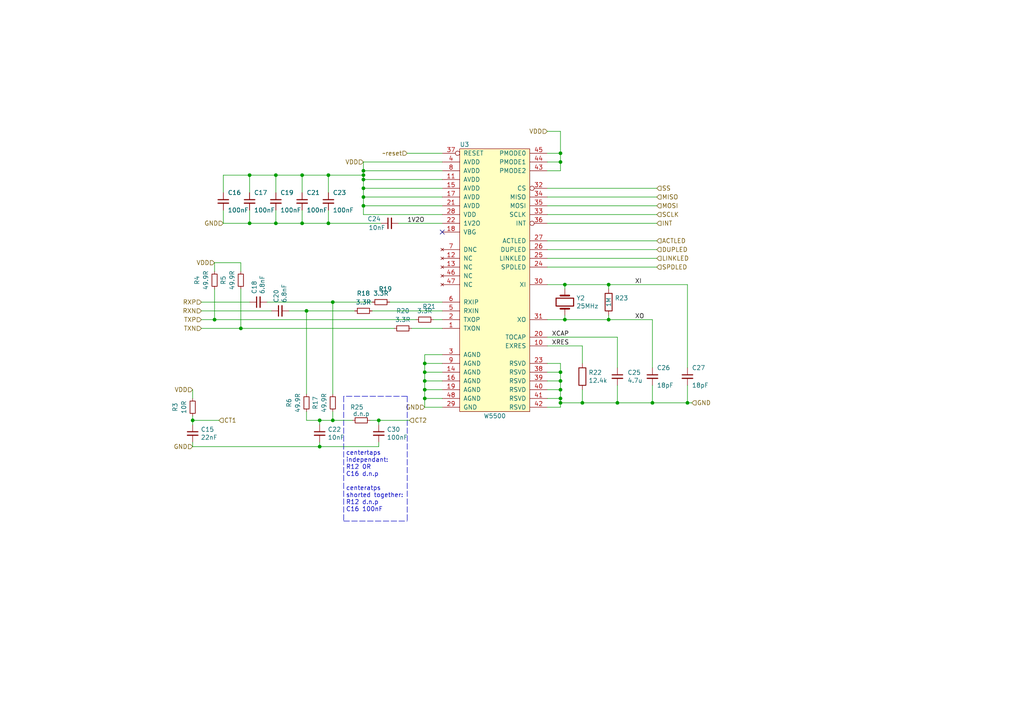
<source format=kicad_sch>
(kicad_sch (version 20211123) (generator eeschema)

  (uuid 97fe9c60-586f-4895-8504-4d3729f5f81a)

  (paper "A4")

  (lib_symbols
    (symbol "Device:C_Small" (pin_numbers hide) (pin_names (offset 0.254) hide) (in_bom yes) (on_board yes)
      (property "Reference" "C" (id 0) (at 0.254 1.778 0)
        (effects (font (size 1.27 1.27)) (justify left))
      )
      (property "Value" "C_Small" (id 1) (at 0.254 -2.032 0)
        (effects (font (size 1.27 1.27)) (justify left))
      )
      (property "Footprint" "" (id 2) (at 0 0 0)
        (effects (font (size 1.27 1.27)) hide)
      )
      (property "Datasheet" "~" (id 3) (at 0 0 0)
        (effects (font (size 1.27 1.27)) hide)
      )
      (property "ki_keywords" "capacitor cap" (id 4) (at 0 0 0)
        (effects (font (size 1.27 1.27)) hide)
      )
      (property "ki_description" "Unpolarized capacitor, small symbol" (id 5) (at 0 0 0)
        (effects (font (size 1.27 1.27)) hide)
      )
      (property "ki_fp_filters" "C_*" (id 6) (at 0 0 0)
        (effects (font (size 1.27 1.27)) hide)
      )
      (symbol "C_Small_0_1"
        (polyline
          (pts
            (xy -1.524 -0.508)
            (xy 1.524 -0.508)
          )
          (stroke (width 0.3302) (type default) (color 0 0 0 0))
          (fill (type none))
        )
        (polyline
          (pts
            (xy -1.524 0.508)
            (xy 1.524 0.508)
          )
          (stroke (width 0.3048) (type default) (color 0 0 0 0))
          (fill (type none))
        )
      )
      (symbol "C_Small_1_1"
        (pin passive line (at 0 2.54 270) (length 2.032)
          (name "~" (effects (font (size 1.27 1.27))))
          (number "1" (effects (font (size 1.27 1.27))))
        )
        (pin passive line (at 0 -2.54 90) (length 2.032)
          (name "~" (effects (font (size 1.27 1.27))))
          (number "2" (effects (font (size 1.27 1.27))))
        )
      )
    )
    (symbol "Device:Crystal" (pin_numbers hide) (pin_names (offset 1.016) hide) (in_bom yes) (on_board yes)
      (property "Reference" "Y" (id 0) (at 0 3.81 0)
        (effects (font (size 1.27 1.27)))
      )
      (property "Value" "Crystal" (id 1) (at 0 -3.81 0)
        (effects (font (size 1.27 1.27)))
      )
      (property "Footprint" "" (id 2) (at 0 0 0)
        (effects (font (size 1.27 1.27)) hide)
      )
      (property "Datasheet" "~" (id 3) (at 0 0 0)
        (effects (font (size 1.27 1.27)) hide)
      )
      (property "ki_keywords" "quartz ceramic resonator oscillator" (id 4) (at 0 0 0)
        (effects (font (size 1.27 1.27)) hide)
      )
      (property "ki_description" "Two pin crystal" (id 5) (at 0 0 0)
        (effects (font (size 1.27 1.27)) hide)
      )
      (property "ki_fp_filters" "Crystal*" (id 6) (at 0 0 0)
        (effects (font (size 1.27 1.27)) hide)
      )
      (symbol "Crystal_0_1"
        (rectangle (start -1.143 2.54) (end 1.143 -2.54)
          (stroke (width 0.3048) (type default) (color 0 0 0 0))
          (fill (type none))
        )
        (polyline
          (pts
            (xy -2.54 0)
            (xy -1.905 0)
          )
          (stroke (width 0) (type default) (color 0 0 0 0))
          (fill (type none))
        )
        (polyline
          (pts
            (xy -1.905 -1.27)
            (xy -1.905 1.27)
          )
          (stroke (width 0.508) (type default) (color 0 0 0 0))
          (fill (type none))
        )
        (polyline
          (pts
            (xy 1.905 -1.27)
            (xy 1.905 1.27)
          )
          (stroke (width 0.508) (type default) (color 0 0 0 0))
          (fill (type none))
        )
        (polyline
          (pts
            (xy 2.54 0)
            (xy 1.905 0)
          )
          (stroke (width 0) (type default) (color 0 0 0 0))
          (fill (type none))
        )
      )
      (symbol "Crystal_1_1"
        (pin passive line (at -3.81 0 0) (length 1.27)
          (name "1" (effects (font (size 1.27 1.27))))
          (number "1" (effects (font (size 1.27 1.27))))
        )
        (pin passive line (at 3.81 0 180) (length 1.27)
          (name "2" (effects (font (size 1.27 1.27))))
          (number "2" (effects (font (size 1.27 1.27))))
        )
      )
    )
    (symbol "Device:R" (pin_numbers hide) (pin_names (offset 0)) (in_bom yes) (on_board yes)
      (property "Reference" "R" (id 0) (at 2.032 0 90)
        (effects (font (size 1.27 1.27)))
      )
      (property "Value" "R" (id 1) (at 0 0 90)
        (effects (font (size 1.27 1.27)))
      )
      (property "Footprint" "" (id 2) (at -1.778 0 90)
        (effects (font (size 1.27 1.27)) hide)
      )
      (property "Datasheet" "~" (id 3) (at 0 0 0)
        (effects (font (size 1.27 1.27)) hide)
      )
      (property "ki_keywords" "R res resistor" (id 4) (at 0 0 0)
        (effects (font (size 1.27 1.27)) hide)
      )
      (property "ki_description" "Resistor" (id 5) (at 0 0 0)
        (effects (font (size 1.27 1.27)) hide)
      )
      (property "ki_fp_filters" "R_*" (id 6) (at 0 0 0)
        (effects (font (size 1.27 1.27)) hide)
      )
      (symbol "R_0_1"
        (rectangle (start -1.016 -2.54) (end 1.016 2.54)
          (stroke (width 0.254) (type default) (color 0 0 0 0))
          (fill (type none))
        )
      )
      (symbol "R_1_1"
        (pin passive line (at 0 3.81 270) (length 1.27)
          (name "~" (effects (font (size 1.27 1.27))))
          (number "1" (effects (font (size 1.27 1.27))))
        )
        (pin passive line (at 0 -3.81 90) (length 1.27)
          (name "~" (effects (font (size 1.27 1.27))))
          (number "2" (effects (font (size 1.27 1.27))))
        )
      )
    )
    (symbol "Device:R_Small" (pin_numbers hide) (pin_names (offset 0.254) hide) (in_bom yes) (on_board yes)
      (property "Reference" "R" (id 0) (at 0.762 0.508 0)
        (effects (font (size 1.27 1.27)) (justify left))
      )
      (property "Value" "R_Small" (id 1) (at 0.762 -1.016 0)
        (effects (font (size 1.27 1.27)) (justify left))
      )
      (property "Footprint" "" (id 2) (at 0 0 0)
        (effects (font (size 1.27 1.27)) hide)
      )
      (property "Datasheet" "~" (id 3) (at 0 0 0)
        (effects (font (size 1.27 1.27)) hide)
      )
      (property "ki_keywords" "R resistor" (id 4) (at 0 0 0)
        (effects (font (size 1.27 1.27)) hide)
      )
      (property "ki_description" "Resistor, small symbol" (id 5) (at 0 0 0)
        (effects (font (size 1.27 1.27)) hide)
      )
      (property "ki_fp_filters" "R_*" (id 6) (at 0 0 0)
        (effects (font (size 1.27 1.27)) hide)
      )
      (symbol "R_Small_0_1"
        (rectangle (start -0.762 1.778) (end 0.762 -1.778)
          (stroke (width 0.2032) (type default) (color 0 0 0 0))
          (fill (type none))
        )
      )
      (symbol "R_Small_1_1"
        (pin passive line (at 0 2.54 270) (length 0.762)
          (name "~" (effects (font (size 1.27 1.27))))
          (number "1" (effects (font (size 1.27 1.27))))
        )
        (pin passive line (at 0 -2.54 90) (length 0.762)
          (name "~" (effects (font (size 1.27 1.27))))
          (number "2" (effects (font (size 1.27 1.27))))
        )
      )
    )
    (symbol "parts:W5500" (pin_names (offset 1.016)) (in_bom yes) (on_board yes)
      (property "Reference" "U" (id 0) (at -10.16 44.45 0)
        (effects (font (size 1.27 1.27)) (justify left))
      )
      (property "Value" "W5500" (id 1) (at 0 -34.29 0)
        (effects (font (size 1.27 1.27)))
      )
      (property "Footprint" "Housings_QFP:LQFP-48_7x7mm_Pitch0.5mm" (id 2) (at -10.16 49.53 0)
        (effects (font (size 1.27 1.27)) (justify left) hide)
      )
      (property "Datasheet" "http://wizwiki.net/wiki/lib/exe/fetch.php?media=products:w5500:w5500_ds_v108e.pdf" (id 3) (at -10.16 46.99 0)
        (effects (font (size 1.27 1.27)) (justify left) hide)
      )
      (property "DigiKey Part Number" "1278-1021-ND" (id 4) (at -10.16 52.07 0)
        (effects (font (size 1.27 1.27)) (justify left) hide)
      )
      (symbol "W5500_0_1"
        (rectangle (start -10.16 43.18) (end 10.16 -33.02)
          (stroke (width 0) (type default) (color 0 0 0 0))
          (fill (type background))
        )
      )
      (symbol "W5500_1_1"
        (pin output line (at -15.24 -8.89 0) (length 5.08)
          (name "TXON" (effects (font (size 1.27 1.27))))
          (number "1" (effects (font (size 1.27 1.27))))
        )
        (pin output line (at 15.24 -13.97 180) (length 5.08)
          (name "EXRES" (effects (font (size 1.27 1.27))))
          (number "10" (effects (font (size 1.27 1.27))))
        )
        (pin power_in line (at -15.24 34.29 0) (length 5.08)
          (name "AVDD" (effects (font (size 1.27 1.27))))
          (number "11" (effects (font (size 1.27 1.27))))
        )
        (pin no_connect line (at -15.24 11.43 0) (length 5.08)
          (name "NC" (effects (font (size 1.27 1.27))))
          (number "12" (effects (font (size 1.27 1.27))))
        )
        (pin no_connect line (at -15.24 8.89 0) (length 5.08)
          (name "NC" (effects (font (size 1.27 1.27))))
          (number "13" (effects (font (size 1.27 1.27))))
        )
        (pin power_in line (at -15.24 -21.59 0) (length 5.08)
          (name "AGND" (effects (font (size 1.27 1.27))))
          (number "14" (effects (font (size 1.27 1.27))))
        )
        (pin power_in line (at -15.24 31.75 0) (length 5.08)
          (name "AVDD" (effects (font (size 1.27 1.27))))
          (number "15" (effects (font (size 1.27 1.27))))
        )
        (pin power_in line (at -15.24 -24.13 0) (length 5.08)
          (name "AGND" (effects (font (size 1.27 1.27))))
          (number "16" (effects (font (size 1.27 1.27))))
        )
        (pin power_in line (at -15.24 29.21 0) (length 5.08)
          (name "AVDD" (effects (font (size 1.27 1.27))))
          (number "17" (effects (font (size 1.27 1.27))))
        )
        (pin power_out line (at -15.24 19.05 0) (length 5.08)
          (name "VBG" (effects (font (size 1.27 1.27))))
          (number "18" (effects (font (size 1.27 1.27))))
        )
        (pin power_in line (at -15.24 -26.67 0) (length 5.08)
          (name "AGND" (effects (font (size 1.27 1.27))))
          (number "19" (effects (font (size 1.27 1.27))))
        )
        (pin output line (at -15.24 -6.35 0) (length 5.08)
          (name "TXOP" (effects (font (size 1.27 1.27))))
          (number "2" (effects (font (size 1.27 1.27))))
        )
        (pin output line (at 15.24 -11.43 180) (length 5.08)
          (name "TOCAP" (effects (font (size 1.27 1.27))))
          (number "20" (effects (font (size 1.27 1.27))))
        )
        (pin power_in line (at -15.24 26.67 0) (length 5.08)
          (name "AVDD" (effects (font (size 1.27 1.27))))
          (number "21" (effects (font (size 1.27 1.27))))
        )
        (pin power_out line (at -15.24 21.59 0) (length 5.08)
          (name "1V2O" (effects (font (size 1.27 1.27))))
          (number "22" (effects (font (size 1.27 1.27))))
        )
        (pin unspecified line (at 15.24 -19.05 180) (length 5.08)
          (name "RSVD" (effects (font (size 1.27 1.27))))
          (number "23" (effects (font (size 1.27 1.27))))
        )
        (pin output line (at 15.24 8.89 180) (length 5.08)
          (name "SPDLED" (effects (font (size 1.27 1.27))))
          (number "24" (effects (font (size 1.27 1.27))))
        )
        (pin output line (at 15.24 11.43 180) (length 5.08)
          (name "LINKLED" (effects (font (size 1.27 1.27))))
          (number "25" (effects (font (size 1.27 1.27))))
        )
        (pin output line (at 15.24 13.97 180) (length 5.08)
          (name "DUPLED" (effects (font (size 1.27 1.27))))
          (number "26" (effects (font (size 1.27 1.27))))
        )
        (pin output line (at 15.24 16.51 180) (length 5.08)
          (name "ACTLED" (effects (font (size 1.27 1.27))))
          (number "27" (effects (font (size 1.27 1.27))))
        )
        (pin power_in line (at -15.24 24.13 0) (length 5.08)
          (name "VDD" (effects (font (size 1.27 1.27))))
          (number "28" (effects (font (size 1.27 1.27))))
        )
        (pin power_in line (at -15.24 -31.75 0) (length 5.08)
          (name "GND" (effects (font (size 1.27 1.27))))
          (number "29" (effects (font (size 1.27 1.27))))
        )
        (pin power_in line (at -15.24 -16.51 0) (length 5.08)
          (name "AGND" (effects (font (size 1.27 1.27))))
          (number "3" (effects (font (size 1.27 1.27))))
        )
        (pin input line (at 15.24 3.81 180) (length 5.08)
          (name "XI" (effects (font (size 1.27 1.27))))
          (number "30" (effects (font (size 1.27 1.27))))
        )
        (pin input line (at 15.24 -6.35 180) (length 5.08)
          (name "XO" (effects (font (size 1.27 1.27))))
          (number "31" (effects (font (size 1.27 1.27))))
        )
        (pin input inverted (at 15.24 31.75 180) (length 5.08)
          (name "CS" (effects (font (size 1.27 1.27))))
          (number "32" (effects (font (size 1.27 1.27))))
        )
        (pin input line (at 15.24 24.13 180) (length 5.08)
          (name "SCLK" (effects (font (size 1.27 1.27))))
          (number "33" (effects (font (size 1.27 1.27))))
        )
        (pin output line (at 15.24 29.21 180) (length 5.08)
          (name "MISO" (effects (font (size 1.27 1.27))))
          (number "34" (effects (font (size 1.27 1.27))))
        )
        (pin input line (at 15.24 26.67 180) (length 5.08)
          (name "MOSI" (effects (font (size 1.27 1.27))))
          (number "35" (effects (font (size 1.27 1.27))))
        )
        (pin output inverted (at 15.24 21.59 180) (length 5.08)
          (name "INT" (effects (font (size 1.27 1.27))))
          (number "36" (effects (font (size 1.27 1.27))))
        )
        (pin input inverted (at -15.24 41.91 0) (length 5.08)
          (name "RESET" (effects (font (size 1.27 1.27))))
          (number "37" (effects (font (size 1.27 1.27))))
        )
        (pin unspecified line (at 15.24 -21.59 180) (length 5.08)
          (name "RSVD" (effects (font (size 1.27 1.27))))
          (number "38" (effects (font (size 1.27 1.27))))
        )
        (pin unspecified line (at 15.24 -24.13 180) (length 5.08)
          (name "RSVD" (effects (font (size 1.27 1.27))))
          (number "39" (effects (font (size 1.27 1.27))))
        )
        (pin power_in line (at -15.24 39.37 0) (length 5.08)
          (name "AVDD" (effects (font (size 1.27 1.27))))
          (number "4" (effects (font (size 1.27 1.27))))
        )
        (pin unspecified line (at 15.24 -26.67 180) (length 5.08)
          (name "RSVD" (effects (font (size 1.27 1.27))))
          (number "40" (effects (font (size 1.27 1.27))))
        )
        (pin unspecified line (at 15.24 -29.21 180) (length 5.08)
          (name "RSVD" (effects (font (size 1.27 1.27))))
          (number "41" (effects (font (size 1.27 1.27))))
        )
        (pin unspecified line (at 15.24 -31.75 180) (length 5.08)
          (name "RSVD" (effects (font (size 1.27 1.27))))
          (number "42" (effects (font (size 1.27 1.27))))
        )
        (pin input line (at 15.24 36.83 180) (length 5.08)
          (name "PMODE2" (effects (font (size 1.27 1.27))))
          (number "43" (effects (font (size 1.27 1.27))))
        )
        (pin input line (at 15.24 39.37 180) (length 5.08)
          (name "PMODE1" (effects (font (size 1.27 1.27))))
          (number "44" (effects (font (size 1.27 1.27))))
        )
        (pin input line (at 15.24 41.91 180) (length 5.08)
          (name "PMODE0" (effects (font (size 1.27 1.27))))
          (number "45" (effects (font (size 1.27 1.27))))
        )
        (pin no_connect line (at -15.24 6.35 0) (length 5.08)
          (name "NC" (effects (font (size 1.27 1.27))))
          (number "46" (effects (font (size 1.27 1.27))))
        )
        (pin no_connect line (at -15.24 3.81 0) (length 5.08)
          (name "NC" (effects (font (size 1.27 1.27))))
          (number "47" (effects (font (size 1.27 1.27))))
        )
        (pin power_in line (at -15.24 -29.21 0) (length 5.08)
          (name "AGND" (effects (font (size 1.27 1.27))))
          (number "48" (effects (font (size 1.27 1.27))))
        )
        (pin input line (at -15.24 -3.81 0) (length 5.08)
          (name "RXIN" (effects (font (size 1.27 1.27))))
          (number "5" (effects (font (size 1.27 1.27))))
        )
        (pin input line (at -15.24 -1.27 0) (length 5.08)
          (name "RXIP" (effects (font (size 1.27 1.27))))
          (number "6" (effects (font (size 1.27 1.27))))
        )
        (pin no_connect line (at -15.24 13.97 0) (length 5.08)
          (name "DNC" (effects (font (size 1.27 1.27))))
          (number "7" (effects (font (size 1.27 1.27))))
        )
        (pin power_in line (at -15.24 36.83 0) (length 5.08)
          (name "AVDD" (effects (font (size 1.27 1.27))))
          (number "8" (effects (font (size 1.27 1.27))))
        )
        (pin power_in line (at -15.24 -19.05 0) (length 5.08)
          (name "AGND" (effects (font (size 1.27 1.27))))
          (number "9" (effects (font (size 1.27 1.27))))
        )
      )
    )
  )

  (junction (at 162.56 46.99) (diameter 0) (color 0 0 0 0)
    (uuid 025f4754-ba45-4982-af60-ad28a75eb812)
  )
  (junction (at 105.41 50.8) (diameter 0) (color 0 0 0 0)
    (uuid 048cd157-64e6-44e0-ad87-2de59f8acab9)
  )
  (junction (at 123.19 113.03) (diameter 0) (color 0 0 0 0)
    (uuid 07e001c6-581f-49a2-9a26-726a242be3e0)
  )
  (junction (at 55.88 121.92) (diameter 0) (color 0 0 0 0)
    (uuid 0e37ebb3-6930-4f97-99bf-42c51bac0066)
  )
  (junction (at 92.71 121.92) (diameter 0) (color 0 0 0 0)
    (uuid 10e01b52-e439-4dc3-85d0-46e99f9069be)
  )
  (junction (at 123.19 107.95) (diameter 0) (color 0 0 0 0)
    (uuid 19822050-0561-40c8-b6a4-ae2349ffa86d)
  )
  (junction (at 123.19 105.41) (diameter 0) (color 0 0 0 0)
    (uuid 1f4a8a1f-593b-4fd8-b80f-c4ed492bd86b)
  )
  (junction (at 80.01 64.77) (diameter 0) (color 0 0 0 0)
    (uuid 25e13b59-10ba-4907-aef3-db635cef4d94)
  )
  (junction (at 105.41 52.07) (diameter 0) (color 0 0 0 0)
    (uuid 330b3c32-638e-479c-b88b-2ccf9094af25)
  )
  (junction (at 105.41 57.15) (diameter 0) (color 0 0 0 0)
    (uuid 35037677-867b-46b1-8787-217a7d746ebb)
  )
  (junction (at 168.91 116.84) (diameter 0) (color 0 0 0 0)
    (uuid 38834e8a-8df3-4048-8a30-575636f9925a)
  )
  (junction (at 162.56 115.57) (diameter 0) (color 0 0 0 0)
    (uuid 3934f926-ab2f-4b7d-88c4-9974b9f365fb)
  )
  (junction (at 176.53 92.71) (diameter 0) (color 0 0 0 0)
    (uuid 437d105b-06fa-4b00-bd88-cd6425772457)
  )
  (junction (at 96.52 87.63) (diameter 0) (color 0 0 0 0)
    (uuid 55cb80ad-dbef-4313-b22a-51f69e11adaf)
  )
  (junction (at 80.01 50.8) (diameter 0) (color 0 0 0 0)
    (uuid 5bed274e-95af-4053-8aa3-39064546a500)
  )
  (junction (at 105.41 49.53) (diameter 0) (color 0 0 0 0)
    (uuid 613065a6-1824-4db0-8f78-6dc8ff7b4afa)
  )
  (junction (at 95.25 64.77) (diameter 0) (color 0 0 0 0)
    (uuid 6bdbec25-8d81-4753-81bf-abe8299eab82)
  )
  (junction (at 179.07 116.84) (diameter 0) (color 0 0 0 0)
    (uuid 797f7417-065c-4f27-9ada-a6fc7316f843)
  )
  (junction (at 163.83 92.71) (diameter 0) (color 0 0 0 0)
    (uuid 7aafd51f-54dc-4ae7-8428-e205cdd5dbe1)
  )
  (junction (at 176.53 82.55) (diameter 0) (color 0 0 0 0)
    (uuid 7b5a95bd-88f3-4596-a25d-088f949b5558)
  )
  (junction (at 105.41 59.69) (diameter 0) (color 0 0 0 0)
    (uuid 82dc45c6-60cb-4112-98f7-60f1fd9f8ab7)
  )
  (junction (at 72.39 64.77) (diameter 0) (color 0 0 0 0)
    (uuid 954657f2-ccdd-4b62-9c52-898615dd380b)
  )
  (junction (at 162.56 44.45) (diameter 0) (color 0 0 0 0)
    (uuid 98e21549-9a5a-4b2a-a4c4-fe4e798e9b73)
  )
  (junction (at 162.56 113.03) (diameter 0) (color 0 0 0 0)
    (uuid 9ccde898-47d8-45cd-846e-07a4ef2fe57f)
  )
  (junction (at 123.19 110.49) (diameter 0) (color 0 0 0 0)
    (uuid a1c34428-e385-44ea-af37-f1fffca8ce33)
  )
  (junction (at 163.83 82.55) (diameter 0) (color 0 0 0 0)
    (uuid af91054d-4242-4fc8-ad8e-c8c13d281a57)
  )
  (junction (at 162.56 107.95) (diameter 0) (color 0 0 0 0)
    (uuid afbc2b77-cd91-4e7e-a9f2-4c80242b0698)
  )
  (junction (at 87.63 50.8) (diameter 0) (color 0 0 0 0)
    (uuid b53136d7-595a-4631-97c8-559edc0abab6)
  )
  (junction (at 87.63 64.77) (diameter 0) (color 0 0 0 0)
    (uuid b70672e7-3a3b-40fc-8cfa-6cab52e36772)
  )
  (junction (at 62.23 92.71) (diameter 0) (color 0 0 0 0)
    (uuid c2670d11-3a63-4702-96c4-76722d417d11)
  )
  (junction (at 189.23 116.84) (diameter 0) (color 0 0 0 0)
    (uuid c4133f48-ad8d-4f10-824a-7200b029fcd2)
  )
  (junction (at 105.41 54.61) (diameter 0) (color 0 0 0 0)
    (uuid cc8f0dec-45e1-4b87-8ce9-e4ff30d67326)
  )
  (junction (at 72.39 50.8) (diameter 0) (color 0 0 0 0)
    (uuid ceae8f28-ad1c-4092-8ce0-e4f13b4f752a)
  )
  (junction (at 88.9 90.17) (diameter 0) (color 0 0 0 0)
    (uuid cffd3473-03a0-4ad2-9182-bb0f4ef37def)
  )
  (junction (at 123.19 115.57) (diameter 0) (color 0 0 0 0)
    (uuid d4859eeb-8a6c-42d4-be41-bc3a84238456)
  )
  (junction (at 162.56 116.84) (diameter 0) (color 0 0 0 0)
    (uuid e5fb42f7-1a58-4829-b743-515d32c7bb96)
  )
  (junction (at 92.71 129.54) (diameter 0) (color 0 0 0 0)
    (uuid e6bbce34-50db-4767-935b-2a8d4cfa5250)
  )
  (junction (at 109.855 121.92) (diameter 0) (color 0 0 0 0)
    (uuid e72855a6-1009-4b8b-94af-62e3257df33f)
  )
  (junction (at 96.52 121.92) (diameter 0) (color 0 0 0 0)
    (uuid eb0f323c-59d1-4443-b332-9ce18013fb3b)
  )
  (junction (at 69.85 95.25) (diameter 0) (color 0 0 0 0)
    (uuid edd87ed3-b7e2-4d40-954f-1063cdb55c42)
  )
  (junction (at 199.39 116.84) (diameter 0) (color 0 0 0 0)
    (uuid ee0c028c-75a1-4003-a390-2ca77b88198f)
  )
  (junction (at 162.56 110.49) (diameter 0) (color 0 0 0 0)
    (uuid f2db2212-8030-49dd-9711-386cef5079fd)
  )
  (junction (at 95.25 50.8) (diameter 0) (color 0 0 0 0)
    (uuid ff7e2dd2-9392-40a1-8e0d-a25396bf3b3a)
  )

  (no_connect (at 128.27 67.31) (uuid 1e434b8f-8886-4877-9a98-29c1da32fec6))

  (wire (pts (xy 128.27 105.41) (xy 123.19 105.41))
    (stroke (width 0) (type default) (color 0 0 0 0))
    (uuid 014b0cfe-aadc-45c2-ba08-510b37fd8361)
  )
  (wire (pts (xy 162.56 49.53) (xy 158.75 49.53))
    (stroke (width 0) (type default) (color 0 0 0 0))
    (uuid 02a0483f-8eb8-417d-9f87-431d73cb6340)
  )
  (wire (pts (xy 162.56 115.57) (xy 162.56 113.03))
    (stroke (width 0) (type default) (color 0 0 0 0))
    (uuid 03e3cf87-d39b-4cee-9985-0ef6a97464ea)
  )
  (wire (pts (xy 92.71 121.92) (xy 92.71 123.19))
    (stroke (width 0) (type default) (color 0 0 0 0))
    (uuid 0738a607-da5b-4c4f-9ffe-06050e156bb0)
  )
  (wire (pts (xy 105.41 50.8) (xy 105.41 49.53))
    (stroke (width 0) (type default) (color 0 0 0 0))
    (uuid 0a640ebe-ea8e-4705-8413-0b4ac7d67654)
  )
  (wire (pts (xy 115.57 64.77) (xy 128.27 64.77))
    (stroke (width 0) (type default) (color 0 0 0 0))
    (uuid 0be64d8a-8f6e-4328-95df-0f1cbbe99490)
  )
  (wire (pts (xy 128.27 113.03) (xy 123.19 113.03))
    (stroke (width 0) (type default) (color 0 0 0 0))
    (uuid 0d097421-a0c5-4647-bf62-af2ce539f56a)
  )
  (wire (pts (xy 105.41 57.15) (xy 105.41 54.61))
    (stroke (width 0) (type default) (color 0 0 0 0))
    (uuid 109292ef-061d-4dba-b557-617da8c4259e)
  )
  (wire (pts (xy 77.47 87.63) (xy 96.52 87.63))
    (stroke (width 0) (type default) (color 0 0 0 0))
    (uuid 13ca40b3-8482-42d5-846b-067136623c6b)
  )
  (wire (pts (xy 72.39 50.8) (xy 72.39 55.88))
    (stroke (width 0) (type default) (color 0 0 0 0))
    (uuid 146dd21a-45e5-4046-895b-d11829ac5c15)
  )
  (wire (pts (xy 123.19 113.03) (xy 123.19 115.57))
    (stroke (width 0) (type default) (color 0 0 0 0))
    (uuid 1508f1d0-e14d-4457-bf1a-9d7d46be4954)
  )
  (wire (pts (xy 158.75 64.77) (xy 190.5 64.77))
    (stroke (width 0) (type default) (color 0 0 0 0))
    (uuid 16e7f4bc-c0ac-47b7-85e0-5954899ac042)
  )
  (wire (pts (xy 92.71 121.92) (xy 96.52 121.92))
    (stroke (width 0) (type default) (color 0 0 0 0))
    (uuid 1751c306-d97d-452a-a00d-5f84a0502bc1)
  )
  (wire (pts (xy 95.25 64.77) (xy 110.49 64.77))
    (stroke (width 0) (type default) (color 0 0 0 0))
    (uuid 17d50f99-f623-4619-9cab-770adb33dbc3)
  )
  (wire (pts (xy 88.9 90.17) (xy 102.87 90.17))
    (stroke (width 0) (type default) (color 0 0 0 0))
    (uuid 19b97b08-29c9-4579-acfc-7b881b65c57d)
  )
  (wire (pts (xy 107.95 90.17) (xy 128.27 90.17))
    (stroke (width 0) (type default) (color 0 0 0 0))
    (uuid 1cd94760-c071-4b03-9156-1e2762e40e0b)
  )
  (wire (pts (xy 179.07 111.76) (xy 179.07 116.84))
    (stroke (width 0) (type default) (color 0 0 0 0))
    (uuid 2384378b-8eb7-4912-b965-a1f5b45064d0)
  )
  (wire (pts (xy 163.83 92.71) (xy 163.83 91.44))
    (stroke (width 0) (type default) (color 0 0 0 0))
    (uuid 23d9876c-9c1c-4e69-81e0-418a7b9b8156)
  )
  (wire (pts (xy 158.75 107.95) (xy 162.56 107.95))
    (stroke (width 0) (type default) (color 0 0 0 0))
    (uuid 26cf7a19-e418-46b2-9508-b8c8b5b6f304)
  )
  (wire (pts (xy 55.88 113.03) (xy 55.88 115.57))
    (stroke (width 0) (type default) (color 0 0 0 0))
    (uuid 2880b964-974c-4151-8271-d21dab4b1c75)
  )
  (wire (pts (xy 158.75 92.71) (xy 163.83 92.71))
    (stroke (width 0) (type default) (color 0 0 0 0))
    (uuid 324ab83f-5e44-4ed2-9b62-345b75796455)
  )
  (wire (pts (xy 162.56 44.45) (xy 162.56 46.99))
    (stroke (width 0) (type default) (color 0 0 0 0))
    (uuid 32825ce3-46dd-4961-80ec-8858ef2dc661)
  )
  (wire (pts (xy 189.23 116.84) (xy 199.39 116.84))
    (stroke (width 0) (type default) (color 0 0 0 0))
    (uuid 3699ca33-909f-4d7d-90f2-4c15439bec2c)
  )
  (wire (pts (xy 128.27 57.15) (xy 105.41 57.15))
    (stroke (width 0) (type default) (color 0 0 0 0))
    (uuid 377640fa-9cde-4953-8364-b21728eb69a5)
  )
  (wire (pts (xy 199.39 116.84) (xy 200.66 116.84))
    (stroke (width 0) (type default) (color 0 0 0 0))
    (uuid 39930f50-0b9e-4b57-8cc1-73ed6d7b70d1)
  )
  (wire (pts (xy 118.11 44.45) (xy 128.27 44.45))
    (stroke (width 0) (type default) (color 0 0 0 0))
    (uuid 3f0bb12b-db64-458a-aed1-21bd6b80b873)
  )
  (wire (pts (xy 88.9 90.17) (xy 88.9 114.3))
    (stroke (width 0) (type default) (color 0 0 0 0))
    (uuid 429ef7c6-6533-4429-98d8-e20b8ae87c2b)
  )
  (polyline (pts (xy 99.695 151.13) (xy 118.11 151.13))
    (stroke (width 0) (type default) (color 0 0 0 0))
    (uuid 42bd342d-635c-4c63-a8bb-ca7790854abc)
  )

  (wire (pts (xy 128.27 49.53) (xy 105.41 49.53))
    (stroke (width 0) (type default) (color 0 0 0 0))
    (uuid 43f3391a-0729-4bab-a5d9-5fbe18265f37)
  )
  (wire (pts (xy 199.39 111.76) (xy 199.39 116.84))
    (stroke (width 0) (type default) (color 0 0 0 0))
    (uuid 465814cb-03a5-4e09-ac69-bc7ba843ad49)
  )
  (wire (pts (xy 128.27 107.95) (xy 123.19 107.95))
    (stroke (width 0) (type default) (color 0 0 0 0))
    (uuid 4675ba42-4e6f-4b68-8fd4-0aa36efcb99b)
  )
  (wire (pts (xy 128.27 46.99) (xy 105.41 46.99))
    (stroke (width 0) (type default) (color 0 0 0 0))
    (uuid 47077c27-146a-406e-a83a-e467ee31c5e5)
  )
  (wire (pts (xy 64.77 50.8) (xy 64.77 55.88))
    (stroke (width 0) (type default) (color 0 0 0 0))
    (uuid 4b37bbea-ab66-4221-bc05-52004b2be448)
  )
  (wire (pts (xy 199.39 82.55) (xy 199.39 106.68))
    (stroke (width 0) (type default) (color 0 0 0 0))
    (uuid 4c99303f-ffc1-4ad9-aa26-af99f179c5f3)
  )
  (wire (pts (xy 92.71 129.54) (xy 92.71 128.27))
    (stroke (width 0) (type default) (color 0 0 0 0))
    (uuid 4d098058-77f2-4cd1-8c1f-116f9b9a0a0e)
  )
  (wire (pts (xy 168.91 116.84) (xy 179.07 116.84))
    (stroke (width 0) (type default) (color 0 0 0 0))
    (uuid 4d1e2a07-9abf-4bb3-8063-dc046c7d0e5e)
  )
  (wire (pts (xy 158.75 46.99) (xy 162.56 46.99))
    (stroke (width 0) (type default) (color 0 0 0 0))
    (uuid 4e8a9201-d80f-47eb-a84c-7a4cc8f6c8a4)
  )
  (wire (pts (xy 158.75 115.57) (xy 162.56 115.57))
    (stroke (width 0) (type default) (color 0 0 0 0))
    (uuid 51552404-fb28-4c38-9eb7-dd62f55de241)
  )
  (wire (pts (xy 162.56 118.11) (xy 162.56 116.84))
    (stroke (width 0) (type default) (color 0 0 0 0))
    (uuid 51825ccf-d4a3-436f-801e-307c105ab535)
  )
  (wire (pts (xy 123.19 107.95) (xy 123.19 110.49))
    (stroke (width 0) (type default) (color 0 0 0 0))
    (uuid 543d0a47-2bf4-4c02-842c-8cf6e370dbad)
  )
  (wire (pts (xy 87.63 64.77) (xy 80.01 64.77))
    (stroke (width 0) (type default) (color 0 0 0 0))
    (uuid 568ebbd7-8bf6-447c-8db4-609c4ea230cf)
  )
  (wire (pts (xy 105.41 52.07) (xy 105.41 50.8))
    (stroke (width 0) (type default) (color 0 0 0 0))
    (uuid 580a5354-cf0a-4eee-b1e3-a7e1e2f69ea4)
  )
  (wire (pts (xy 128.27 95.25) (xy 119.38 95.25))
    (stroke (width 0) (type default) (color 0 0 0 0))
    (uuid 59cb69dd-490e-493b-862a-9924eb60b10f)
  )
  (wire (pts (xy 179.07 116.84) (xy 189.23 116.84))
    (stroke (width 0) (type default) (color 0 0 0 0))
    (uuid 5b2292e2-3940-4b57-b614-0ea33e0fc987)
  )
  (wire (pts (xy 55.88 128.27) (xy 55.88 129.54))
    (stroke (width 0) (type default) (color 0 0 0 0))
    (uuid 5da67a3a-17be-406d-af92-d89581f911a3)
  )
  (wire (pts (xy 158.75 72.39) (xy 190.5 72.39))
    (stroke (width 0) (type default) (color 0 0 0 0))
    (uuid 5f0bbb1b-072f-455a-b80b-371cb8f60edd)
  )
  (polyline (pts (xy 118.11 114.935) (xy 99.695 114.935))
    (stroke (width 0) (type default) (color 0 0 0 0))
    (uuid 601a10aa-5e7f-4a7e-96ba-97283c583b90)
  )

  (wire (pts (xy 105.41 54.61) (xy 105.41 52.07))
    (stroke (width 0) (type default) (color 0 0 0 0))
    (uuid 64aae406-c192-48ac-9d28-fd597e20800b)
  )
  (wire (pts (xy 62.23 78.74) (xy 62.23 76.2))
    (stroke (width 0) (type default) (color 0 0 0 0))
    (uuid 65c304e9-79c6-41b1-83b8-f2eb6bb2def1)
  )
  (wire (pts (xy 158.75 110.49) (xy 162.56 110.49))
    (stroke (width 0) (type default) (color 0 0 0 0))
    (uuid 6706d8fc-ce14-4981-a0d9-a88a3fbc3b21)
  )
  (wire (pts (xy 95.25 64.77) (xy 87.63 64.77))
    (stroke (width 0) (type default) (color 0 0 0 0))
    (uuid 688511d3-631d-49bb-be6c-ef964315a0a0)
  )
  (wire (pts (xy 87.63 50.8) (xy 87.63 55.88))
    (stroke (width 0) (type default) (color 0 0 0 0))
    (uuid 68b55295-fe67-43f3-942f-ec08960df788)
  )
  (wire (pts (xy 176.53 82.55) (xy 176.53 83.82))
    (stroke (width 0) (type default) (color 0 0 0 0))
    (uuid 6c308c8b-0904-449a-9612-5d51cca11a5f)
  )
  (wire (pts (xy 158.75 100.33) (xy 168.91 100.33))
    (stroke (width 0) (type default) (color 0 0 0 0))
    (uuid 6dd07dbc-24b7-4960-95f2-8ee9adbf89a6)
  )
  (wire (pts (xy 72.39 64.77) (xy 64.77 64.77))
    (stroke (width 0) (type default) (color 0 0 0 0))
    (uuid 74346443-1cb8-41ad-9627-42ca43062c5d)
  )
  (wire (pts (xy 58.42 95.25) (xy 69.85 95.25))
    (stroke (width 0) (type default) (color 0 0 0 0))
    (uuid 748766eb-e45a-425d-9c22-f527c89d7182)
  )
  (wire (pts (xy 189.23 111.76) (xy 189.23 116.84))
    (stroke (width 0) (type default) (color 0 0 0 0))
    (uuid 751493e4-473e-4130-86b9-71f12c79ac7e)
  )
  (wire (pts (xy 105.41 59.69) (xy 105.41 57.15))
    (stroke (width 0) (type default) (color 0 0 0 0))
    (uuid 7521c24b-3e52-4aea-b281-c499ff468703)
  )
  (wire (pts (xy 55.88 121.92) (xy 63.5 121.92))
    (stroke (width 0) (type default) (color 0 0 0 0))
    (uuid 785dcfb4-23c0-41c8-a0d6-96789a1e5a7c)
  )
  (wire (pts (xy 176.53 92.71) (xy 189.23 92.71))
    (stroke (width 0) (type default) (color 0 0 0 0))
    (uuid 786647ea-a572-46b0-b843-8c855785587a)
  )
  (wire (pts (xy 118.745 121.92) (xy 109.855 121.92))
    (stroke (width 0) (type default) (color 0 0 0 0))
    (uuid 786cc9de-d553-407a-b4af-2c55bed273af)
  )
  (wire (pts (xy 123.19 110.49) (xy 123.19 113.03))
    (stroke (width 0) (type default) (color 0 0 0 0))
    (uuid 7994df1b-b7c9-4229-b0e9-ce9cead9d0ac)
  )
  (wire (pts (xy 62.23 83.82) (xy 62.23 92.71))
    (stroke (width 0) (type default) (color 0 0 0 0))
    (uuid 7ca775d5-eb77-457e-958e-a9ea1279b693)
  )
  (wire (pts (xy 158.75 54.61) (xy 190.5 54.61))
    (stroke (width 0) (type default) (color 0 0 0 0))
    (uuid 7d751916-aaf3-4834-85cc-cf93e27d03da)
  )
  (wire (pts (xy 64.77 50.8) (xy 72.39 50.8))
    (stroke (width 0) (type default) (color 0 0 0 0))
    (uuid 85183f7f-bfb0-4b40-99b6-1fa2b31848de)
  )
  (wire (pts (xy 109.855 121.92) (xy 109.855 123.19))
    (stroke (width 0) (type default) (color 0 0 0 0))
    (uuid 8660d27a-1554-4a95-8a2d-84d04eb5201e)
  )
  (wire (pts (xy 83.82 90.17) (xy 88.9 90.17))
    (stroke (width 0) (type default) (color 0 0 0 0))
    (uuid 88fb7bdb-16e1-4096-9d65-bef1ffd29882)
  )
  (wire (pts (xy 80.01 50.8) (xy 87.63 50.8))
    (stroke (width 0) (type default) (color 0 0 0 0))
    (uuid 89eedc24-8750-407f-90e4-18b136d8a245)
  )
  (wire (pts (xy 55.88 121.92) (xy 55.88 123.19))
    (stroke (width 0) (type default) (color 0 0 0 0))
    (uuid 8cf9e05d-f7dc-4583-9dc0-a2285dfc54af)
  )
  (wire (pts (xy 107.315 121.92) (xy 109.855 121.92))
    (stroke (width 0) (type default) (color 0 0 0 0))
    (uuid 8e1ea3b1-76a8-4e4e-8b90-161dcfe65014)
  )
  (polyline (pts (xy 99.695 114.935) (xy 99.695 151.13))
    (stroke (width 0) (type default) (color 0 0 0 0))
    (uuid 8e57ecc0-029a-4594-8f5b-596591929c26)
  )

  (wire (pts (xy 95.25 50.8) (xy 105.41 50.8))
    (stroke (width 0) (type default) (color 0 0 0 0))
    (uuid 8f9a7cf4-a836-4721-ab67-1f72961bf0aa)
  )
  (wire (pts (xy 162.56 116.84) (xy 168.91 116.84))
    (stroke (width 0) (type default) (color 0 0 0 0))
    (uuid 903f7d8a-6476-463f-8052-e7a67ad22b9f)
  )
  (wire (pts (xy 162.56 105.41) (xy 158.75 105.41))
    (stroke (width 0) (type default) (color 0 0 0 0))
    (uuid 9078e01d-028f-4fd6-9cb8-38b56cd103e4)
  )
  (wire (pts (xy 88.9 121.92) (xy 92.71 121.92))
    (stroke (width 0) (type default) (color 0 0 0 0))
    (uuid 91c7db1c-015f-4f54-a645-f21a3cd66bfb)
  )
  (wire (pts (xy 123.19 115.57) (xy 123.19 118.11))
    (stroke (width 0) (type default) (color 0 0 0 0))
    (uuid 921db96a-83e8-4f88-b345-ce73121b4229)
  )
  (wire (pts (xy 72.39 60.96) (xy 72.39 64.77))
    (stroke (width 0) (type default) (color 0 0 0 0))
    (uuid 940c0dda-aafa-414f-9507-673ce18f0723)
  )
  (wire (pts (xy 168.91 113.03) (xy 168.91 116.84))
    (stroke (width 0) (type default) (color 0 0 0 0))
    (uuid 94ccca49-7d09-4857-8af7-4fa58d24c83d)
  )
  (wire (pts (xy 163.83 82.55) (xy 176.53 82.55))
    (stroke (width 0) (type default) (color 0 0 0 0))
    (uuid 94cf5330-f5f5-4760-810c-f0e8c85dc5ff)
  )
  (wire (pts (xy 80.01 60.96) (xy 80.01 64.77))
    (stroke (width 0) (type default) (color 0 0 0 0))
    (uuid 95ce4622-6a4c-4cc3-af45-b0d0f50bc85b)
  )
  (wire (pts (xy 128.27 62.23) (xy 105.41 62.23))
    (stroke (width 0) (type default) (color 0 0 0 0))
    (uuid 9663c51c-d106-4faa-9b95-970bda5e51fd)
  )
  (wire (pts (xy 162.56 113.03) (xy 162.56 110.49))
    (stroke (width 0) (type default) (color 0 0 0 0))
    (uuid 998d7a65-5db7-4799-aea1-031b970b4baa)
  )
  (wire (pts (xy 158.75 77.47) (xy 190.5 77.47))
    (stroke (width 0) (type default) (color 0 0 0 0))
    (uuid 9bf077ba-f978-499e-9c66-9547f43a3d00)
  )
  (wire (pts (xy 190.5 74.93) (xy 158.75 74.93))
    (stroke (width 0) (type default) (color 0 0 0 0))
    (uuid 9db8ef2d-6975-4ea9-b8b4-e75d6564a111)
  )
  (wire (pts (xy 96.52 87.63) (xy 107.95 87.63))
    (stroke (width 0) (type default) (color 0 0 0 0))
    (uuid 9f2ec7ca-0c1e-41f5-886f-6c1335621b6c)
  )
  (wire (pts (xy 162.56 116.84) (xy 162.56 115.57))
    (stroke (width 0) (type default) (color 0 0 0 0))
    (uuid a20c2995-5959-4390-b462-b7efd2219cfb)
  )
  (wire (pts (xy 62.23 92.71) (xy 120.65 92.71))
    (stroke (width 0) (type default) (color 0 0 0 0))
    (uuid a48be91d-dd66-414a-be5c-61c6f824ddb9)
  )
  (wire (pts (xy 95.25 60.96) (xy 95.25 64.77))
    (stroke (width 0) (type default) (color 0 0 0 0))
    (uuid a67eb00d-d025-4bc8-82bc-fea967489d6b)
  )
  (wire (pts (xy 55.88 129.54) (xy 92.71 129.54))
    (stroke (width 0) (type default) (color 0 0 0 0))
    (uuid aa654917-2266-43e7-9e4f-e1de1a727c57)
  )
  (wire (pts (xy 162.56 110.49) (xy 162.56 107.95))
    (stroke (width 0) (type default) (color 0 0 0 0))
    (uuid aa86f8c5-d91d-4572-a803-8b23c510b7e6)
  )
  (wire (pts (xy 176.53 92.71) (xy 176.53 91.44))
    (stroke (width 0) (type default) (color 0 0 0 0))
    (uuid ab26358a-5538-4cdd-85bf-855cbc22e941)
  )
  (wire (pts (xy 158.75 97.79) (xy 179.07 97.79))
    (stroke (width 0) (type default) (color 0 0 0 0))
    (uuid ab7a0473-213c-4afe-ba51-3f86bf32021c)
  )
  (wire (pts (xy 128.27 59.69) (xy 105.41 59.69))
    (stroke (width 0) (type default) (color 0 0 0 0))
    (uuid abfe2d16-5c1c-42e5-a5b8-7ee7611663a0)
  )
  (wire (pts (xy 190.5 62.23) (xy 158.75 62.23))
    (stroke (width 0) (type default) (color 0 0 0 0))
    (uuid ac1a91b6-0e9d-4b4d-90e7-4233a668c842)
  )
  (wire (pts (xy 128.27 115.57) (xy 123.19 115.57))
    (stroke (width 0) (type default) (color 0 0 0 0))
    (uuid ac66df4d-f82e-40a6-aca7-ea70d1e296f5)
  )
  (wire (pts (xy 80.01 50.8) (xy 80.01 55.88))
    (stroke (width 0) (type default) (color 0 0 0 0))
    (uuid b1ca761c-bdb8-419e-9337-ff282251cf3c)
  )
  (wire (pts (xy 69.85 95.25) (xy 69.85 83.82))
    (stroke (width 0) (type default) (color 0 0 0 0))
    (uuid b33e6f90-e728-4f80-be56-0d9fc9958fbf)
  )
  (wire (pts (xy 123.19 102.87) (xy 123.19 105.41))
    (stroke (width 0) (type default) (color 0 0 0 0))
    (uuid b3b74159-32cf-457a-be4f-ee03f2c650b2)
  )
  (wire (pts (xy 58.42 90.17) (xy 78.74 90.17))
    (stroke (width 0) (type default) (color 0 0 0 0))
    (uuid b50b8cfb-9797-4b38-80bc-92da1b5e2359)
  )
  (wire (pts (xy 158.75 82.55) (xy 163.83 82.55))
    (stroke (width 0) (type default) (color 0 0 0 0))
    (uuid b62a1d59-30d5-407b-8374-bddde6b79791)
  )
  (wire (pts (xy 158.75 38.1) (xy 162.56 38.1))
    (stroke (width 0) (type default) (color 0 0 0 0))
    (uuid b663c1f7-5e30-4831-be41-d8eff10826c8)
  )
  (wire (pts (xy 125.73 92.71) (xy 128.27 92.71))
    (stroke (width 0) (type default) (color 0 0 0 0))
    (uuid b89089d1-dae0-48b0-8374-aa99b21e8304)
  )
  (wire (pts (xy 158.75 44.45) (xy 162.56 44.45))
    (stroke (width 0) (type default) (color 0 0 0 0))
    (uuid b97c40d8-2dc6-4b97-922e-8c6a2e6079a0)
  )
  (wire (pts (xy 123.19 105.41) (xy 123.19 107.95))
    (stroke (width 0) (type default) (color 0 0 0 0))
    (uuid bae45d11-ecd8-461a-8fe4-6f49710045e3)
  )
  (wire (pts (xy 158.75 59.69) (xy 190.5 59.69))
    (stroke (width 0) (type default) (color 0 0 0 0))
    (uuid bd390507-6d17-4898-be2a-4dce96b0c7e8)
  )
  (wire (pts (xy 92.71 129.54) (xy 109.855 129.54))
    (stroke (width 0) (type default) (color 0 0 0 0))
    (uuid bd4fd7b2-a92b-4e05-a509-7f7cfdf5eddd)
  )
  (wire (pts (xy 162.56 38.1) (xy 162.56 44.45))
    (stroke (width 0) (type default) (color 0 0 0 0))
    (uuid bec06390-6f82-4d38-8036-350182f59539)
  )
  (wire (pts (xy 158.75 118.11) (xy 162.56 118.11))
    (stroke (width 0) (type default) (color 0 0 0 0))
    (uuid c351a9a0-648a-467e-8eea-43e30e796738)
  )
  (wire (pts (xy 95.25 50.8) (xy 95.25 55.88))
    (stroke (width 0) (type default) (color 0 0 0 0))
    (uuid c37ccefc-bb90-4633-810b-61ae2533490e)
  )
  (wire (pts (xy 72.39 50.8) (xy 80.01 50.8))
    (stroke (width 0) (type default) (color 0 0 0 0))
    (uuid c5a9a9b1-c824-4e4c-92aa-ae01cc5e8bf5)
  )
  (wire (pts (xy 179.07 97.79) (xy 179.07 106.68))
    (stroke (width 0) (type default) (color 0 0 0 0))
    (uuid c689a66f-b11c-4ae1-b286-5175cdbd2711)
  )
  (wire (pts (xy 163.83 92.71) (xy 176.53 92.71))
    (stroke (width 0) (type default) (color 0 0 0 0))
    (uuid c8e60b1d-4ef6-4a4b-8e67-b8e35cc2a1a2)
  )
  (wire (pts (xy 58.42 92.71) (xy 62.23 92.71))
    (stroke (width 0) (type default) (color 0 0 0 0))
    (uuid cbeae5c8-ae2c-49c1-83f0-a75d77768aad)
  )
  (wire (pts (xy 62.23 76.2) (xy 69.85 76.2))
    (stroke (width 0) (type default) (color 0 0 0 0))
    (uuid cdee55c6-b9de-41fa-b431-9d90263704c7)
  )
  (wire (pts (xy 96.52 87.63) (xy 96.52 114.3))
    (stroke (width 0) (type default) (color 0 0 0 0))
    (uuid cff8ff00-8213-482c-a62e-91009f1aab5e)
  )
  (wire (pts (xy 162.56 107.95) (xy 162.56 105.41))
    (stroke (width 0) (type default) (color 0 0 0 0))
    (uuid d1ffa94c-d9dc-4641-9cdb-86643f2c6e00)
  )
  (wire (pts (xy 190.5 69.85) (xy 158.75 69.85))
    (stroke (width 0) (type default) (color 0 0 0 0))
    (uuid d2f20e5e-540b-49f2-b1bc-0921f65a3ce3)
  )
  (wire (pts (xy 96.52 121.92) (xy 102.235 121.92))
    (stroke (width 0) (type default) (color 0 0 0 0))
    (uuid d3d7ad84-7966-4923-ae9e-44d1e0f8fdb9)
  )
  (wire (pts (xy 96.52 121.92) (xy 96.52 119.38))
    (stroke (width 0) (type default) (color 0 0 0 0))
    (uuid d473a5eb-bb69-47d9-98bb-8a10e632b426)
  )
  (wire (pts (xy 109.855 129.54) (xy 109.855 128.27))
    (stroke (width 0) (type default) (color 0 0 0 0))
    (uuid d5ad2b66-1a82-4fbf-ad83-2ad57746bc3a)
  )
  (wire (pts (xy 69.85 95.25) (xy 114.3 95.25))
    (stroke (width 0) (type default) (color 0 0 0 0))
    (uuid d7357379-a4b3-465e-b88e-3890b7ca46c0)
  )
  (wire (pts (xy 105.41 62.23) (xy 105.41 59.69))
    (stroke (width 0) (type default) (color 0 0 0 0))
    (uuid d8a6ae8f-35c2-409f-8b3a-7e146b939429)
  )
  (wire (pts (xy 80.01 64.77) (xy 72.39 64.77))
    (stroke (width 0) (type default) (color 0 0 0 0))
    (uuid da50817e-65d9-42d9-af84-8d3585d8167b)
  )
  (wire (pts (xy 162.56 46.99) (xy 162.56 49.53))
    (stroke (width 0) (type default) (color 0 0 0 0))
    (uuid dcfbee30-51fc-41de-ad22-c95dfdd539c6)
  )
  (wire (pts (xy 113.03 87.63) (xy 128.27 87.63))
    (stroke (width 0) (type default) (color 0 0 0 0))
    (uuid de572614-7e75-43cb-b1f5-660a0d159b2d)
  )
  (wire (pts (xy 87.63 60.96) (xy 87.63 64.77))
    (stroke (width 0) (type default) (color 0 0 0 0))
    (uuid e2a03a73-829c-4f03-a5bf-cb8adbf0b991)
  )
  (wire (pts (xy 55.88 120.65) (xy 55.88 121.92))
    (stroke (width 0) (type default) (color 0 0 0 0))
    (uuid e8467a25-402e-4fb1-821f-d390ef5d95f6)
  )
  (wire (pts (xy 64.77 60.96) (xy 64.77 64.77))
    (stroke (width 0) (type default) (color 0 0 0 0))
    (uuid eba6c7c9-2b53-47aa-ba6a-1a4a78635526)
  )
  (wire (pts (xy 128.27 102.87) (xy 123.19 102.87))
    (stroke (width 0) (type default) (color 0 0 0 0))
    (uuid ec0879b4-ba8a-4f47-85b1-ffa7b55ab339)
  )
  (wire (pts (xy 128.27 110.49) (xy 123.19 110.49))
    (stroke (width 0) (type default) (color 0 0 0 0))
    (uuid ec54237f-8ba5-4ae1-8688-75eba386abce)
  )
  (wire (pts (xy 168.91 100.33) (xy 168.91 105.41))
    (stroke (width 0) (type default) (color 0 0 0 0))
    (uuid edcb9883-4906-4d5a-9766-1496ddbf15d4)
  )
  (wire (pts (xy 128.27 118.11) (xy 123.19 118.11))
    (stroke (width 0) (type default) (color 0 0 0 0))
    (uuid ee9e1da7-ce77-4228-bc6c-43c1065d4261)
  )
  (wire (pts (xy 176.53 82.55) (xy 199.39 82.55))
    (stroke (width 0) (type default) (color 0 0 0 0))
    (uuid ef688f4b-4ee9-423d-b4d4-1fdd5659fa2d)
  )
  (wire (pts (xy 128.27 54.61) (xy 105.41 54.61))
    (stroke (width 0) (type default) (color 0 0 0 0))
    (uuid f0f7786c-2396-463f-88f8-b1cddbeea1ad)
  )
  (wire (pts (xy 189.23 92.71) (xy 189.23 106.68))
    (stroke (width 0) (type default) (color 0 0 0 0))
    (uuid f20c280d-fe8d-4bcb-903b-faa489931f38)
  )
  (wire (pts (xy 87.63 50.8) (xy 95.25 50.8))
    (stroke (width 0) (type default) (color 0 0 0 0))
    (uuid f2577a4a-26c1-4e96-a921-e3949434488a)
  )
  (wire (pts (xy 69.85 76.2) (xy 69.85 78.74))
    (stroke (width 0) (type default) (color 0 0 0 0))
    (uuid f266474b-1bef-48ee-8fed-4e701fd93566)
  )
  (wire (pts (xy 58.42 87.63) (xy 72.39 87.63))
    (stroke (width 0) (type default) (color 0 0 0 0))
    (uuid f3f222d9-9684-49e5-8a99-163b1527e255)
  )
  (wire (pts (xy 158.75 113.03) (xy 162.56 113.03))
    (stroke (width 0) (type default) (color 0 0 0 0))
    (uuid f46c5058-2c9d-4e4c-ab3a-bfd3e313f6d1)
  )
  (wire (pts (xy 105.41 49.53) (xy 105.41 46.99))
    (stroke (width 0) (type default) (color 0 0 0 0))
    (uuid f8734a1c-b989-4ec9-a31e-e159ea628208)
  )
  (wire (pts (xy 88.9 119.38) (xy 88.9 121.92))
    (stroke (width 0) (type default) (color 0 0 0 0))
    (uuid f98a521e-2675-4f4d-b4f8-7304dcc861c0)
  )
  (wire (pts (xy 163.83 82.55) (xy 163.83 83.82))
    (stroke (width 0) (type default) (color 0 0 0 0))
    (uuid f9ab7d77-acd0-4e1e-b19b-f2a817c5fa10)
  )
  (wire (pts (xy 190.5 57.15) (xy 158.75 57.15))
    (stroke (width 0) (type default) (color 0 0 0 0))
    (uuid fc8bf2e7-3820-42eb-bd30-bb8e77e1dba4)
  )
  (wire (pts (xy 128.27 52.07) (xy 105.41 52.07))
    (stroke (width 0) (type default) (color 0 0 0 0))
    (uuid fcdd0877-eaf1-491c-aeff-7729163896d9)
  )
  (polyline (pts (xy 118.11 114.935) (xy 118.11 151.13))
    (stroke (width 0) (type default) (color 0 0 0 0))
    (uuid fdc23036-d174-4c7d-b87d-0ffdb4c20d0b)
  )

  (text "centertaps \nindependant:\nR12 0R\nC16 d.n.p\n\ncenteratps\nshorted together:\nR12 d.n.p\nC16 100nF"
    (at 100.33 148.59 0)
    (effects (font (size 1.27 1.27)) (justify left bottom))
    (uuid dcfb4e16-2f2e-4a5c-9c59-42ef9f07c0ca)
  )

  (label "XCAP" (at 160.02 97.79 0)
    (effects (font (size 1.27 1.27)) (justify left bottom))
    (uuid 0df556d9-ce32-4ed3-922b-d87ea511a735)
  )
  (label "XI" (at 184.15 82.55 0)
    (effects (font (size 1.27 1.27)) (justify left bottom))
    (uuid 3f1eb594-1302-470d-be92-5e35cf4cdf82)
  )
  (label "1V2O" (at 118.11 64.77 0)
    (effects (font (size 1.27 1.27)) (justify left bottom))
    (uuid 4f14a1c9-8209-4492-bdc0-521ed4d8ea77)
  )
  (label "XO" (at 184.15 92.71 0)
    (effects (font (size 1.27 1.27)) (justify left bottom))
    (uuid aa58ede2-966d-423e-84a5-69cb74c2b1c0)
  )
  (label "XRES" (at 160.02 100.33 0)
    (effects (font (size 1.27 1.27)) (justify left bottom))
    (uuid c24d8b5f-2fe9-424f-9582-cb3a064b2f65)
  )

  (hierarchical_label "CT1" (shape input) (at 63.5 121.92 0)
    (effects (font (size 1.27 1.27)) (justify left))
    (uuid 03145436-6631-45fc-aa73-ac01b623b4e6)
  )
  (hierarchical_label "LINKLED" (shape input) (at 190.5 74.93 0)
    (effects (font (size 1.27 1.27)) (justify left))
    (uuid 0d5d4f65-e687-4a6c-80d4-3b2669290530)
  )
  (hierarchical_label "VDD" (shape input) (at 105.41 46.99 180)
    (effects (font (size 1.27 1.27)) (justify right))
    (uuid 0f54db53-a272-4955-88fb-d7ab00657bb0)
  )
  (hierarchical_label "MISO" (shape input) (at 190.5 57.15 0)
    (effects (font (size 1.27 1.27)) (justify left))
    (uuid 17cb1053-282b-4210-a477-e7586dfd9bf8)
  )
  (hierarchical_label "GND" (shape input) (at 55.88 129.54 180)
    (effects (font (size 1.27 1.27)) (justify right))
    (uuid 302d8148-d29d-4a8a-a8d4-633d010054d4)
  )
  (hierarchical_label "~reset" (shape input) (at 118.11 44.45 180)
    (effects (font (size 1.27 1.27)) (justify right))
    (uuid 4b119116-b0cd-42e9-bd1b-7f71f9026dc1)
  )
  (hierarchical_label "SCLK" (shape input) (at 190.5 62.23 0)
    (effects (font (size 1.27 1.27)) (justify left))
    (uuid 57ece2ff-2ff7-4ebf-8cf7-6c60c0680c8a)
  )
  (hierarchical_label "SPDLED" (shape input) (at 190.5 77.47 0)
    (effects (font (size 1.27 1.27)) (justify left))
    (uuid 5df5295f-6bd5-42eb-a093-2f6e8f936efb)
  )
  (hierarchical_label "VDD" (shape input) (at 55.88 113.03 180)
    (effects (font (size 1.27 1.27)) (justify right))
    (uuid 5f8b487b-fc3d-4da5-8527-d66880f2f096)
  )
  (hierarchical_label "GND" (shape input) (at 123.19 118.11 180)
    (effects (font (size 1.27 1.27)) (justify right))
    (uuid 95d874c7-a626-4fcb-b7d6-ad4c67c89379)
  )
  (hierarchical_label "ACTLED" (shape input) (at 190.5 69.85 0)
    (effects (font (size 1.27 1.27)) (justify left))
    (uuid a92d49e3-adbf-452a-9731-42b22c889fde)
  )
  (hierarchical_label "GND" (shape input) (at 64.77 64.77 180)
    (effects (font (size 1.27 1.27)) (justify right))
    (uuid b88717bd-086f-46cd-9d3f-0396009d0996)
  )
  (hierarchical_label "TXP" (shape input) (at 58.42 92.71 180)
    (effects (font (size 1.27 1.27)) (justify right))
    (uuid b9cd5083-35b7-4825-b507-5e62dfe30344)
  )
  (hierarchical_label "VDD" (shape input) (at 62.23 76.2 180)
    (effects (font (size 1.27 1.27)) (justify right))
    (uuid be587bce-6840-4a24-b593-c43ea9fe4772)
  )
  (hierarchical_label "VDD" (shape input) (at 158.75 38.1 180)
    (effects (font (size 1.27 1.27)) (justify right))
    (uuid bec44430-472d-4447-ad4b-e693a26b3ee0)
  )
  (hierarchical_label "RXP" (shape input) (at 58.42 87.63 180)
    (effects (font (size 1.27 1.27)) (justify right))
    (uuid c0dd6704-15b7-4ab3-9321-79f3b6d074dc)
  )
  (hierarchical_label "TXN" (shape input) (at 58.42 95.25 180)
    (effects (font (size 1.27 1.27)) (justify right))
    (uuid c3a7841a-e0c6-42f0-b8cf-d4212abf8c31)
  )
  (hierarchical_label "DUPLED" (shape input) (at 190.5 72.39 0)
    (effects (font (size 1.27 1.27)) (justify left))
    (uuid c625ff99-c606-4962-95f6-6ae7f8cd5fd1)
  )
  (hierarchical_label "RXN" (shape input) (at 58.42 90.17 180)
    (effects (font (size 1.27 1.27)) (justify right))
    (uuid c99917c9-ebbc-43d2-b0c0-ecab9967d279)
  )
  (hierarchical_label "SS" (shape input) (at 190.5 54.61 0)
    (effects (font (size 1.27 1.27)) (justify left))
    (uuid cc5b74c2-48b2-4176-ae08-2e40d1ce932a)
  )
  (hierarchical_label "MOSI" (shape input) (at 190.5 59.69 0)
    (effects (font (size 1.27 1.27)) (justify left))
    (uuid d6fd7593-6eab-4fb5-9980-a5964811ca23)
  )
  (hierarchical_label "GND" (shape input) (at 200.66 116.84 0)
    (effects (font (size 1.27 1.27)) (justify left))
    (uuid dd71841d-221b-4a36-8d74-20d72ddd76b8)
  )
  (hierarchical_label "INT" (shape input) (at 190.5 64.77 0)
    (effects (font (size 1.27 1.27)) (justify left))
    (uuid f534549d-a0fe-4f0a-9f0a-e54d08404c00)
  )
  (hierarchical_label "CT2" (shape input) (at 118.745 121.92 0)
    (effects (font (size 1.27 1.27)) (justify left))
    (uuid f550d087-ebc8-4239-8a82-290ce2612800)
  )

  (symbol (lib_id "Device:C_Small") (at 95.25 58.42 0) (unit 1)
    (in_bom yes) (on_board yes)
    (uuid 16bcb135-d5eb-4ac3-b110-1a6cba3f6be1)
    (property "Reference" "C23" (id 0) (at 96.52 55.88 0)
      (effects (font (size 1.27 1.27)) (justify left))
    )
    (property "Value" "100nF" (id 1) (at 96.52 60.96 0)
      (effects (font (size 1.27 1.27)) (justify left))
    )
    (property "Footprint" "Capacitor_SMD:C_0603_1608Metric" (id 2) (at 95.25 58.42 0)
      (effects (font (size 1.27 1.27)) hide)
    )
    (property "Datasheet" "~" (id 3) (at 95.25 58.42 0)
      (effects (font (size 1.27 1.27)) hide)
    )
    (property "DigiKey Part Number" "1276-1012-1-ND" (id 4) (at 95.25 58.42 0)
      (effects (font (size 1.27 1.27)) hide)
    )
    (pin "1" (uuid b2ef734a-6d88-4afa-a8e6-733b1fce39da))
    (pin "2" (uuid 4c5fc764-0f71-448b-af75-22d998a56a5a))
  )

  (symbol (lib_id "Device:R_Small") (at 96.52 116.84 180) (unit 1)
    (in_bom yes) (on_board yes)
    (uuid 2228a963-3467-4902-80a7-ee34de4b3fe4)
    (property "Reference" "R17" (id 0) (at 91.44 116.84 90))
    (property "Value" "49.9R" (id 1) (at 93.98 116.84 90))
    (property "Footprint" "Resistor_SMD:R_0805_2012Metric" (id 2) (at 96.52 116.84 0)
      (effects (font (size 1.27 1.27)) hide)
    )
    (property "Datasheet" "~" (id 3) (at 96.52 116.84 0)
      (effects (font (size 1.27 1.27)) hide)
    )
    (pin "1" (uuid 4ab25e41-94a1-4fbe-aedc-8dd3dfaa76dd))
    (pin "2" (uuid 5c88272b-8bd7-47b0-8e75-f4352592f15c))
  )

  (symbol (lib_id "Device:C_Small") (at 179.07 109.22 0) (unit 1)
    (in_bom yes) (on_board yes)
    (uuid 2532354e-8749-450d-950b-21e1a6005c6c)
    (property "Reference" "C25" (id 0) (at 181.991 108.0516 0)
      (effects (font (size 1.27 1.27)) (justify left))
    )
    (property "Value" "4.7u" (id 1) (at 181.991 110.363 0)
      (effects (font (size 1.27 1.27)) (justify left))
    )
    (property "Footprint" "Capacitor_SMD:C_0603_1608Metric" (id 2) (at 179.07 109.22 0)
      (effects (font (size 1.27 1.27)) hide)
    )
    (property "Datasheet" "~" (id 3) (at 179.07 109.22 0)
      (effects (font (size 1.27 1.27)) hide)
    )
    (property "DigiKey Part Number" "1276-1907-1-ND" (id 4) (at 179.07 109.22 0)
      (effects (font (size 1.27 1.27)) hide)
    )
    (pin "1" (uuid 95c1a41b-b5fb-434d-ba76-14249698d0a5))
    (pin "2" (uuid eb2d397b-8009-4d38-a37d-8b83e294db1c))
  )

  (symbol (lib_id "Device:C_Small") (at 74.93 87.63 90) (unit 1)
    (in_bom yes) (on_board yes)
    (uuid 27d2873c-cf94-4ed2-9d83-62c025d0face)
    (property "Reference" "C18" (id 0) (at 73.7616 85.2932 0)
      (effects (font (size 1.27 1.27)) (justify left))
    )
    (property "Value" "6.8nF" (id 1) (at 76.073 85.2932 0)
      (effects (font (size 1.27 1.27)) (justify left))
    )
    (property "Footprint" "Capacitor_SMD:C_0603_1608Metric" (id 2) (at 74.93 87.63 0)
      (effects (font (size 1.27 1.27)) hide)
    )
    (property "Datasheet" "~" (id 3) (at 74.93 87.63 0)
      (effects (font (size 1.27 1.27)) hide)
    )
    (property "Voltage" "6.3V" (id 4) (at 74.93 87.63 0)
      (effects (font (size 1.27 1.27)) hide)
    )
    (pin "1" (uuid 0fefa320-34d1-4894-bcc6-9218dff7444f))
    (pin "2" (uuid 9d6ceb0d-d7c1-4189-8e0e-05b5a6ca71a2))
  )

  (symbol (lib_id "Device:R_Small") (at 88.9 116.84 180) (unit 1)
    (in_bom yes) (on_board yes)
    (uuid 365fa82f-ddeb-4c24-baf1-427fa6282646)
    (property "Reference" "R6" (id 0) (at 83.82 116.84 90))
    (property "Value" "49.9R" (id 1) (at 86.36 116.84 90))
    (property "Footprint" "Resistor_SMD:R_0805_2012Metric" (id 2) (at 88.9 116.84 0)
      (effects (font (size 1.27 1.27)) hide)
    )
    (property "Datasheet" "~" (id 3) (at 88.9 116.84 0)
      (effects (font (size 1.27 1.27)) hide)
    )
    (pin "1" (uuid d508234f-272f-46e0-b923-a70bc2043ff9))
    (pin "2" (uuid 82c5bb87-37d6-4f64-abd6-ba41e1b3c01d))
  )

  (symbol (lib_id "Device:R_Small") (at 116.84 95.25 90) (unit 1)
    (in_bom yes) (on_board yes)
    (uuid 44092b8d-404e-4076-acb2-f56924a6cacd)
    (property "Reference" "R20" (id 0) (at 116.84 90.17 90))
    (property "Value" "3.3R" (id 1) (at 116.84 92.71 90))
    (property "Footprint" "Resistor_SMD:R_0603_1608Metric" (id 2) (at 116.84 95.25 0)
      (effects (font (size 1.27 1.27)) hide)
    )
    (property "Datasheet" "~" (id 3) (at 116.84 95.25 0)
      (effects (font (size 1.27 1.27)) hide)
    )
    (pin "1" (uuid b8cb2fc2-5d08-4787-b889-2bc007a656cf))
    (pin "2" (uuid 3fb370ea-005b-4c9b-be56-3937f32ad021))
  )

  (symbol (lib_id "Device:R_Small") (at 104.775 121.92 270) (unit 1)
    (in_bom yes) (on_board yes)
    (uuid 443ee2b9-676a-416e-9292-dd889309d6c2)
    (property "Reference" "R25" (id 0) (at 103.505 118.11 90))
    (property "Value" "d.n.p" (id 1) (at 104.775 120.015 90))
    (property "Footprint" "Resistor_SMD:R_0805_2012Metric" (id 2) (at 104.775 121.92 0)
      (effects (font (size 1.27 1.27)) hide)
    )
    (property "Datasheet" "~" (id 3) (at 104.775 121.92 0)
      (effects (font (size 1.27 1.27)) hide)
    )
    (pin "1" (uuid 123326df-40fd-43ec-ac00-dd4ab84d0d48))
    (pin "2" (uuid 754721f9-a489-4d57-8881-d456c11609f2))
  )

  (symbol (lib_id "Device:R_Small") (at 105.41 90.17 90) (unit 1)
    (in_bom yes) (on_board yes)
    (uuid 522980be-ea5d-4f4b-a565-643090b3bb42)
    (property "Reference" "R18" (id 0) (at 105.41 85.09 90))
    (property "Value" "3.3R" (id 1) (at 105.41 87.63 90))
    (property "Footprint" "Resistor_SMD:R_0603_1608Metric" (id 2) (at 105.41 90.17 0)
      (effects (font (size 1.27 1.27)) hide)
    )
    (property "Datasheet" "~" (id 3) (at 105.41 90.17 0)
      (effects (font (size 1.27 1.27)) hide)
    )
    (pin "1" (uuid 9c87b0c9-0f3e-4d00-b11c-7fbb99ccc563))
    (pin "2" (uuid 1ec343d5-8534-448f-adf0-659ae2e60e42))
  )

  (symbol (lib_id "Device:C_Small") (at 80.01 58.42 0) (unit 1)
    (in_bom yes) (on_board yes)
    (uuid 628bfb04-ce6f-4dc6-b293-7cc158e73676)
    (property "Reference" "C19" (id 0) (at 81.28 55.88 0)
      (effects (font (size 1.27 1.27)) (justify left))
    )
    (property "Value" "100nF" (id 1) (at 81.28 60.96 0)
      (effects (font (size 1.27 1.27)) (justify left))
    )
    (property "Footprint" "Capacitor_SMD:C_0603_1608Metric" (id 2) (at 80.01 58.42 0)
      (effects (font (size 1.27 1.27)) hide)
    )
    (property "Datasheet" "~" (id 3) (at 80.01 58.42 0)
      (effects (font (size 1.27 1.27)) hide)
    )
    (property "DigiKey Part Number" "1276-1012-1-ND" (id 4) (at 80.01 58.42 0)
      (effects (font (size 1.27 1.27)) hide)
    )
    (pin "1" (uuid 2b34e202-0b0d-48ab-9c72-f23a32bedaf5))
    (pin "2" (uuid acc9f8a9-c4c8-48e3-8539-3c30647ae400))
  )

  (symbol (lib_id "Device:R") (at 176.53 87.63 0) (unit 1)
    (in_bom yes) (on_board yes)
    (uuid 79970e2b-7dd4-4c5e-9ca0-cc9a12e7d4ae)
    (property "Reference" "R23" (id 0) (at 178.308 86.4616 0)
      (effects (font (size 1.27 1.27)) (justify left))
    )
    (property "Value" "1M" (id 1) (at 176.53 87.63 90))
    (property "Footprint" "Resistor_SMD:R_0603_1608Metric" (id 2) (at 174.752 87.63 90)
      (effects (font (size 1.27 1.27)) hide)
    )
    (property "Datasheet" "~" (id 3) (at 176.53 87.63 0)
      (effects (font (size 1.27 1.27)) hide)
    )
    (property "DigiKey Part Number" "311-1.0MGRCT-ND" (id 4) (at 176.53 87.63 0)
      (effects (font (size 1.27 1.27)) hide)
    )
    (pin "1" (uuid 96da4c0b-ced6-4944-b323-24739093f291))
    (pin "2" (uuid 1317d30b-d208-47db-b8c3-1d77c7eaf966))
  )

  (symbol (lib_id "parts:W5500") (at 143.51 86.36 0) (unit 1)
    (in_bom yes) (on_board yes)
    (uuid 814b55fd-66d1-4e6f-b5ef-ffdc821d4b27)
    (property "Reference" "U3" (id 0) (at 133.35 41.91 0)
      (effects (font (size 1.27 1.27)) (justify left))
    )
    (property "Value" "W5500" (id 1) (at 143.51 120.65 0))
    (property "Footprint" "Package_QFP:LQFP-48_7x7mm_P0.5mm" (id 2) (at 133.35 36.83 0)
      (effects (font (size 1.27 1.27)) (justify left) hide)
    )
    (property "Datasheet" "http://wizwiki.net/wiki/lib/exe/fetch.php?media=products:w5500:w5500_ds_v108e.pdf" (id 3) (at 133.35 39.37 0)
      (effects (font (size 1.27 1.27)) (justify left) hide)
    )
    (property "DigiKey Part Number" "1278-1021-ND" (id 4) (at 133.35 34.29 0)
      (effects (font (size 1.27 1.27)) (justify left) hide)
    )
    (pin "1" (uuid 4e2c9139-6e41-42ac-af1e-b709d528cd70))
    (pin "10" (uuid 4ec87348-146d-4f29-a7d4-31da2a999e2b))
    (pin "11" (uuid c36c115b-9a51-4766-a8dd-41e8699fb79d))
    (pin "12" (uuid dd39d426-c8f6-4c16-9896-6098ce72f07f))
    (pin "13" (uuid f5a68d4f-2b1a-436c-b0eb-626ff414d9d4))
    (pin "14" (uuid 6ebfd332-bb18-44c0-a209-381e0af5c58e))
    (pin "15" (uuid e60e81d1-1a76-403b-a669-30d647249d6f))
    (pin "16" (uuid 0b71f8d2-3097-4cea-abd6-6f18d197bcff))
    (pin "17" (uuid 570828c0-d606-41a0-b767-8b34cf9929e8))
    (pin "18" (uuid b7d484dc-2ae9-42cb-8bb2-ac486f5320bd))
    (pin "19" (uuid b01ace97-d129-4975-aa97-dd7df51450f2))
    (pin "2" (uuid 63ca8f93-2a42-420d-afa8-da533b728050))
    (pin "20" (uuid 9f1d7db3-2382-40b5-8b9b-c7170e864a26))
    (pin "21" (uuid 80d2d739-0b77-4ff1-87b5-c585c1a753fb))
    (pin "22" (uuid 805a568a-5c48-41c6-9705-9172c38bb893))
    (pin "23" (uuid b1ed3026-e403-4a36-97f4-63b9341050e7))
    (pin "24" (uuid 448af8fb-cb4a-4587-9455-da05d69115e6))
    (pin "25" (uuid 00f0d2a7-adac-4a52-8b0c-cb5abc901709))
    (pin "26" (uuid 15b49e6e-0e80-4708-8921-ba9c92cfe80d))
    (pin "27" (uuid cccb2227-9f9e-4532-b1f6-291ad9c9b584))
    (pin "28" (uuid 96ab3ce2-107a-4b18-bd35-d3413e7a6810))
    (pin "29" (uuid f2ef6c95-f12a-4cad-a863-b797ba2c8c8f))
    (pin "3" (uuid 303073b1-152b-4ab2-9068-af8ef40f9611))
    (pin "30" (uuid 157ec0e6-1420-4435-bd43-f1f4eebca671))
    (pin "31" (uuid 22c3b0ac-650d-499e-a409-14c2fa0ea7ef))
    (pin "32" (uuid 4058046b-a250-47ca-9809-3991d52b67f2))
    (pin "33" (uuid cc059509-5624-4c48-9cae-b415324969c0))
    (pin "34" (uuid 956f43ca-d962-4f66-809d-7ccdbee7cad2))
    (pin "35" (uuid 0f6346b2-7658-4e48-966f-3efbd180acd9))
    (pin "36" (uuid 32e7e7e4-f453-4990-af74-2d882b93879b))
    (pin "37" (uuid cfc8c45b-3cb7-4a91-92b1-f4e2b1f5bbde))
    (pin "38" (uuid a2652116-3816-479f-96f4-ee69574d0744))
    (pin "39" (uuid 6a0144b8-8f03-4b4c-bc37-09d4fa5e2c76))
    (pin "4" (uuid 4474f768-3051-4496-b48e-61d758453082))
    (pin "40" (uuid ae5e6671-178e-4d70-bcdc-eef75b4e0cd5))
    (pin "41" (uuid 5c845fb2-f39c-419d-9473-b93aa888ac32))
    (pin "42" (uuid 867fd039-a5e7-4873-baa1-c16f04d1db48))
    (pin "43" (uuid b97da0d1-933e-437b-b322-ba7a39e7315f))
    (pin "44" (uuid 499d5614-ed4b-4d70-aaa2-62a1b9024b94))
    (pin "45" (uuid 32a6bf49-47e6-483c-8b17-347c9dbf7788))
    (pin "46" (uuid 082325d1-f834-4f60-9a08-4c47d036250a))
    (pin "47" (uuid 50eeb416-08ed-451e-8770-e9c3916d71e8))
    (pin "48" (uuid 13b202e0-8ec7-4adc-8e6d-085f0774a69e))
    (pin "5" (uuid a0c68bf7-691f-488e-bc71-403cecec21a4))
    (pin "6" (uuid 68d79f59-914c-437e-87b6-b3fcc70fb337))
    (pin "7" (uuid fe1b2620-2cee-44ab-9836-da18956ca669))
    (pin "8" (uuid 815f7472-40cd-4f69-ab40-4bda3103e3c4))
    (pin "9" (uuid 2386660d-a64d-4a02-943b-5b0219f5e3f4))
  )

  (symbol (lib_id "Device:C_Small") (at 109.855 125.73 0) (unit 1)
    (in_bom yes) (on_board yes)
    (uuid 8731b678-d03a-4e22-aa7e-5f08b135fdb7)
    (property "Reference" "C30" (id 0) (at 112.1918 124.5616 0)
      (effects (font (size 1.27 1.27)) (justify left))
    )
    (property "Value" "100nF" (id 1) (at 112.1918 126.873 0)
      (effects (font (size 1.27 1.27)) (justify left))
    )
    (property "Footprint" "Capacitor_SMD:C_0603_1608Metric" (id 2) (at 109.855 125.73 0)
      (effects (font (size 1.27 1.27)) hide)
    )
    (property "Datasheet" "~" (id 3) (at 109.855 125.73 0)
      (effects (font (size 1.27 1.27)) hide)
    )
    (property "Voltage" "6.3V" (id 4) (at 109.855 125.73 0)
      (effects (font (size 1.27 1.27)) hide)
    )
    (pin "1" (uuid ebc59b7b-e3c0-4132-83da-92c7d6721958))
    (pin "2" (uuid b9d641d1-27f9-48dc-bf8d-970eb9fc2e98))
  )

  (symbol (lib_id "Device:R_Small") (at 110.49 87.63 90) (unit 1)
    (in_bom yes) (on_board yes)
    (uuid 962d276e-53dc-48f3-8fb6-8b6aea3ae300)
    (property "Reference" "R19" (id 0) (at 111.76 83.82 90))
    (property "Value" "3.3R" (id 1) (at 110.49 85.09 90))
    (property "Footprint" "Resistor_SMD:R_0603_1608Metric" (id 2) (at 110.49 87.63 0)
      (effects (font (size 1.27 1.27)) hide)
    )
    (property "Datasheet" "~" (id 3) (at 110.49 87.63 0)
      (effects (font (size 1.27 1.27)) hide)
    )
    (pin "1" (uuid c0599151-0b55-4dcc-9f0e-5dfbc10136fe))
    (pin "2" (uuid 1a6d6729-c8c7-40db-841f-c50eda739fc2))
  )

  (symbol (lib_id "Device:R") (at 168.91 109.22 0) (unit 1)
    (in_bom yes) (on_board yes)
    (uuid 9d937146-0136-4d65-a7d7-b36b255e2e4d)
    (property "Reference" "R22" (id 0) (at 170.688 108.0516 0)
      (effects (font (size 1.27 1.27)) (justify left))
    )
    (property "Value" "12.4k" (id 1) (at 170.688 110.363 0)
      (effects (font (size 1.27 1.27)) (justify left))
    )
    (property "Footprint" "Resistor_SMD:R_0603_1608Metric" (id 2) (at 167.132 109.22 90)
      (effects (font (size 1.27 1.27)) hide)
    )
    (property "Datasheet" "~" (id 3) (at 168.91 109.22 0)
      (effects (font (size 1.27 1.27)) hide)
    )
    (property "Tolerance" "±1%" (id 4) (at 168.91 109.22 0)
      (effects (font (size 1.27 1.27)) hide)
    )
    (property "DigiKey Part Number" "311-12.4KHRCT-ND " (id 5) (at 168.91 109.22 0)
      (effects (font (size 1.27 1.27)) hide)
    )
    (pin "1" (uuid 349645cf-b225-4231-9990-6e322ca59221))
    (pin "2" (uuid 9a66706f-6d9a-490f-bbbd-135f3a6df738))
  )

  (symbol (lib_id "Device:C_Small") (at 64.77 58.42 0) (unit 1)
    (in_bom yes) (on_board yes)
    (uuid 9f54cca1-2368-41c1-9bb4-a6039997fa3d)
    (property "Reference" "C16" (id 0) (at 66.04 55.88 0)
      (effects (font (size 1.27 1.27)) (justify left))
    )
    (property "Value" "100nF" (id 1) (at 66.04 60.96 0)
      (effects (font (size 1.27 1.27)) (justify left))
    )
    (property "Footprint" "Capacitor_SMD:C_0603_1608Metric" (id 2) (at 64.77 58.42 0)
      (effects (font (size 1.27 1.27)) hide)
    )
    (property "Datasheet" "~" (id 3) (at 64.77 58.42 0)
      (effects (font (size 1.27 1.27)) hide)
    )
    (property "DigiKey Part Number" "1276-1012-1-ND" (id 4) (at 64.77 58.42 0)
      (effects (font (size 1.27 1.27)) hide)
    )
    (pin "1" (uuid 404eba4f-65a0-4158-ba8b-9d251341b93c))
    (pin "2" (uuid d742a00b-10e4-4818-a4a8-f505c54c633e))
  )

  (symbol (lib_id "Device:C_Small") (at 92.71 125.73 0) (unit 1)
    (in_bom yes) (on_board yes)
    (uuid a4383356-c66e-4a93-bc5c-35ae627d356c)
    (property "Reference" "C22" (id 0) (at 95.0468 124.5616 0)
      (effects (font (size 1.27 1.27)) (justify left))
    )
    (property "Value" "10nF" (id 1) (at 95.0468 126.873 0)
      (effects (font (size 1.27 1.27)) (justify left))
    )
    (property "Footprint" "Capacitor_SMD:C_0603_1608Metric" (id 2) (at 92.71 125.73 0)
      (effects (font (size 1.27 1.27)) hide)
    )
    (property "Datasheet" "~" (id 3) (at 92.71 125.73 0)
      (effects (font (size 1.27 1.27)) hide)
    )
    (property "Voltage" "6.3V" (id 4) (at 92.71 125.73 0)
      (effects (font (size 1.27 1.27)) hide)
    )
    (pin "1" (uuid 2f0fecc5-a1f2-4e62-bbde-d1598c0ba2b3))
    (pin "2" (uuid 46cce49b-e99e-4bdf-8028-44153f7d2c7e))
  )

  (symbol (lib_id "Device:R_Small") (at 55.88 118.11 180) (unit 1)
    (in_bom yes) (on_board yes)
    (uuid aba7424f-181d-4908-8f2e-c2f83a79b07f)
    (property "Reference" "R3" (id 0) (at 50.8 118.11 90))
    (property "Value" "10R" (id 1) (at 53.34 118.11 90))
    (property "Footprint" "Resistor_SMD:R_0805_2012Metric" (id 2) (at 55.88 118.11 0)
      (effects (font (size 1.27 1.27)) hide)
    )
    (property "Datasheet" "~" (id 3) (at 55.88 118.11 0)
      (effects (font (size 1.27 1.27)) hide)
    )
    (pin "1" (uuid 0b9d7789-20b7-41c9-aace-852bf73789b1))
    (pin "2" (uuid 473eadd5-0768-4732-a4b3-04e2f29adb56))
  )

  (symbol (lib_id "Device:C_Small") (at 87.63 58.42 0) (unit 1)
    (in_bom yes) (on_board yes)
    (uuid b329831a-a0b1-4ea7-9d90-ad1d9065e20d)
    (property "Reference" "C21" (id 0) (at 88.9 55.88 0)
      (effects (font (size 1.27 1.27)) (justify left))
    )
    (property "Value" "100nF" (id 1) (at 88.9 60.96 0)
      (effects (font (size 1.27 1.27)) (justify left))
    )
    (property "Footprint" "Capacitor_SMD:C_0603_1608Metric" (id 2) (at 87.63 58.42 0)
      (effects (font (size 1.27 1.27)) hide)
    )
    (property "Datasheet" "~" (id 3) (at 87.63 58.42 0)
      (effects (font (size 1.27 1.27)) hide)
    )
    (property "DigiKey Part Number" "1276-1012-1-ND" (id 4) (at 87.63 58.42 0)
      (effects (font (size 1.27 1.27)) hide)
    )
    (pin "1" (uuid 23bc30a6-7868-4438-b6e6-367aa20b55e1))
    (pin "2" (uuid 63487d49-6c2a-4ab5-a78f-fbf4d69ef393))
  )

  (symbol (lib_id "Device:R_Small") (at 62.23 81.28 180) (unit 1)
    (in_bom yes) (on_board yes)
    (uuid bbe1a3d5-8a5b-4788-bc08-7bf044c793c3)
    (property "Reference" "R4" (id 0) (at 57.15 81.28 90))
    (property "Value" "49.9R" (id 1) (at 59.69 81.28 90))
    (property "Footprint" "Resistor_SMD:R_0805_2012Metric" (id 2) (at 62.23 81.28 0)
      (effects (font (size 1.27 1.27)) hide)
    )
    (property "Datasheet" "~" (id 3) (at 62.23 81.28 0)
      (effects (font (size 1.27 1.27)) hide)
    )
    (pin "1" (uuid 557e2f92-d39e-467c-90e2-7875e92e3d58))
    (pin "2" (uuid 42e68db4-b1c6-4bde-957d-95b23b5b7e62))
  )

  (symbol (lib_id "Device:C_Small") (at 55.88 125.73 0) (unit 1)
    (in_bom yes) (on_board yes)
    (uuid cba3f361-e507-4f3e-bf12-2a77a0cbf6d3)
    (property "Reference" "C15" (id 0) (at 58.2168 124.5616 0)
      (effects (font (size 1.27 1.27)) (justify left))
    )
    (property "Value" "22nF" (id 1) (at 58.2168 126.873 0)
      (effects (font (size 1.27 1.27)) (justify left))
    )
    (property "Footprint" "Capacitor_SMD:C_0603_1608Metric" (id 2) (at 55.88 125.73 0)
      (effects (font (size 1.27 1.27)) hide)
    )
    (property "Datasheet" "~" (id 3) (at 55.88 125.73 0)
      (effects (font (size 1.27 1.27)) hide)
    )
    (property "Voltage" "6.3V" (id 4) (at 55.88 125.73 0)
      (effects (font (size 1.27 1.27)) hide)
    )
    (pin "1" (uuid 74c95117-612d-4bf1-b852-7d549443bfb2))
    (pin "2" (uuid 243137d2-1fc3-41ec-a5a2-5fe661bb9507))
  )

  (symbol (lib_id "Device:R_Small") (at 123.19 92.71 90) (unit 1)
    (in_bom yes) (on_board yes)
    (uuid d0326744-e564-46f0-ba65-2c3267f3db38)
    (property "Reference" "R21" (id 0) (at 124.46 88.9 90))
    (property "Value" "3.3R" (id 1) (at 123.19 90.17 90))
    (property "Footprint" "Resistor_SMD:R_0603_1608Metric" (id 2) (at 123.19 92.71 0)
      (effects (font (size 1.27 1.27)) hide)
    )
    (property "Datasheet" "~" (id 3) (at 123.19 92.71 0)
      (effects (font (size 1.27 1.27)) hide)
    )
    (pin "1" (uuid 1ec9edf7-19d1-4351-8d51-43672c9728c1))
    (pin "2" (uuid 90bccdc7-3a7c-4ad0-98bb-25c55b7721f2))
  )

  (symbol (lib_id "Device:C_Small") (at 189.23 109.22 0) (unit 1)
    (in_bom yes) (on_board yes)
    (uuid d6c8f921-dae6-47f5-9584-b961d8f837c1)
    (property "Reference" "C26" (id 0) (at 190.5 106.68 0)
      (effects (font (size 1.27 1.27)) (justify left))
    )
    (property "Value" "18pF" (id 1) (at 190.5 111.76 0)
      (effects (font (size 1.27 1.27)) (justify left))
    )
    (property "Footprint" "Capacitor_SMD:C_0603_1608Metric" (id 2) (at 189.23 109.22 0)
      (effects (font (size 1.27 1.27)) hide)
    )
    (property "Datasheet" "~" (id 3) (at 189.23 109.22 0)
      (effects (font (size 1.27 1.27)) hide)
    )
    (property "DigiKey Part Number" "1276-1089-1-ND" (id 4) (at 189.23 109.22 0)
      (effects (font (size 1.27 1.27)) hide)
    )
    (pin "1" (uuid fbad3f10-ab3f-4d70-89e7-f0377ce7f3e0))
    (pin "2" (uuid 37e748df-c7a7-4678-a791-898a11aa5837))
  )

  (symbol (lib_id "Device:C_Small") (at 199.39 109.22 0) (unit 1)
    (in_bom yes) (on_board yes)
    (uuid e613b457-b89d-4203-ba0a-1653426a7aab)
    (property "Reference" "C27" (id 0) (at 200.66 106.68 0)
      (effects (font (size 1.27 1.27)) (justify left))
    )
    (property "Value" "18pF" (id 1) (at 200.66 111.76 0)
      (effects (font (size 1.27 1.27)) (justify left))
    )
    (property "Footprint" "Capacitor_SMD:C_0603_1608Metric" (id 2) (at 199.39 109.22 0)
      (effects (font (size 1.27 1.27)) hide)
    )
    (property "Datasheet" "~" (id 3) (at 199.39 109.22 0)
      (effects (font (size 1.27 1.27)) hide)
    )
    (property "DigiKey Part Number" "1276-1089-1-ND" (id 4) (at 199.39 109.22 0)
      (effects (font (size 1.27 1.27)) hide)
    )
    (pin "1" (uuid 9aa71f47-ee91-4e2c-9d56-1611268aedd7))
    (pin "2" (uuid f895b8a8-6198-4f67-8658-4f167c98865a))
  )

  (symbol (lib_id "Device:C_Small") (at 81.28 90.17 90) (unit 1)
    (in_bom yes) (on_board yes)
    (uuid e6327b18-85c2-4db1-aaef-aa37ae8d7537)
    (property "Reference" "C20" (id 0) (at 80.1116 87.8332 0)
      (effects (font (size 1.27 1.27)) (justify left))
    )
    (property "Value" "6.8nF" (id 1) (at 82.423 87.8332 0)
      (effects (font (size 1.27 1.27)) (justify left))
    )
    (property "Footprint" "Capacitor_SMD:C_0603_1608Metric" (id 2) (at 81.28 90.17 0)
      (effects (font (size 1.27 1.27)) hide)
    )
    (property "Datasheet" "~" (id 3) (at 81.28 90.17 0)
      (effects (font (size 1.27 1.27)) hide)
    )
    (property "Voltage" "6.3V" (id 4) (at 81.28 90.17 0)
      (effects (font (size 1.27 1.27)) hide)
    )
    (pin "1" (uuid 549ec798-b6a1-40fc-9a37-32933664add4))
    (pin "2" (uuid 4c066d01-19cc-4152-84dc-5ec4f91ad835))
  )

  (symbol (lib_id "Device:C_Small") (at 113.03 64.77 90) (unit 1)
    (in_bom yes) (on_board yes)
    (uuid e65b701a-66aa-4abd-9032-6083d496c4ea)
    (property "Reference" "C24" (id 0) (at 110.49 63.5 90)
      (effects (font (size 1.27 1.27)) (justify left))
    )
    (property "Value" "10nF" (id 1) (at 111.76 66.04 90)
      (effects (font (size 1.27 1.27)) (justify left))
    )
    (property "Footprint" "Capacitor_SMD:C_0603_1608Metric" (id 2) (at 113.03 64.77 0)
      (effects (font (size 1.27 1.27)) hide)
    )
    (property "Datasheet" "~" (id 3) (at 113.03 64.77 0)
      (effects (font (size 1.27 1.27)) hide)
    )
    (property "DigiKey Part Number" "1276-1921-1-ND" (id 4) (at 113.03 64.77 0)
      (effects (font (size 1.27 1.27)) hide)
    )
    (pin "1" (uuid f4a12140-08c6-405d-9bdb-1ea6b7ff2948))
    (pin "2" (uuid 7a2b5dea-cdd5-4998-ae33-a32f8b482bc6))
  )

  (symbol (lib_id "Device:C_Small") (at 72.39 58.42 0) (unit 1)
    (in_bom yes) (on_board yes)
    (uuid edf3258f-0085-4343-b2e8-08b49b1aade5)
    (property "Reference" "C17" (id 0) (at 73.66 55.88 0)
      (effects (font (size 1.27 1.27)) (justify left))
    )
    (property "Value" "100nF" (id 1) (at 73.66 60.96 0)
      (effects (font (size 1.27 1.27)) (justify left))
    )
    (property "Footprint" "Capacitor_SMD:C_0603_1608Metric" (id 2) (at 72.39 58.42 0)
      (effects (font (size 1.27 1.27)) hide)
    )
    (property "Datasheet" "~" (id 3) (at 72.39 58.42 0)
      (effects (font (size 1.27 1.27)) hide)
    )
    (property "DigiKey Part Number" "1276-1012-1-ND" (id 4) (at 72.39 58.42 0)
      (effects (font (size 1.27 1.27)) hide)
    )
    (pin "1" (uuid e1815007-e1a6-41db-98f0-fe0a598baf08))
    (pin "2" (uuid 34c4c1ca-829b-464f-8606-88a984a2d12f))
  )

  (symbol (lib_id "Device:Crystal") (at 163.83 87.63 270) (unit 1)
    (in_bom yes) (on_board yes)
    (uuid fa151500-1f9e-4730-ab4e-8a7b20444761)
    (property "Reference" "Y2" (id 0) (at 167.1574 86.4616 90)
      (effects (font (size 1.27 1.27)) (justify left))
    )
    (property "Value" "25MHz" (id 1) (at 167.1574 88.773 90)
      (effects (font (size 1.27 1.27)) (justify left))
    )
    (property "Footprint" "Crystal:Crystal_SMD_5032-2Pin_5.0x3.2mm" (id 2) (at 163.83 87.63 0)
      (effects (font (size 1.27 1.27)) hide)
    )
    (property "Datasheet" "~" (id 3) (at 163.83 87.63 0)
      (effects (font (size 1.27 1.27)) hide)
    )
    (property "DigiKey Part Number" "CTX1175TR-ND" (id 4) (at 163.83 87.63 90)
      (effects (font (size 1.27 1.27)) hide)
    )
    (property "MPN" "445I23D25M00000" (id 5) (at 163.83 87.63 90)
      (effects (font (size 1.27 1.27)) hide)
    )
    (pin "1" (uuid d506e6ce-5890-4ac5-a76c-dee140d36875))
    (pin "2" (uuid 7bee351d-dee3-45fb-b4ea-22619b98910a))
  )

  (symbol (lib_id "Device:R_Small") (at 69.85 81.28 180) (unit 1)
    (in_bom yes) (on_board yes)
    (uuid fd61f47f-6edc-4367-b1e4-27e0261de4df)
    (property "Reference" "R5" (id 0) (at 64.77 81.28 90))
    (property "Value" "49.9R" (id 1) (at 67.31 81.28 90))
    (property "Footprint" "Resistor_SMD:R_0805_2012Metric" (id 2) (at 69.85 81.28 0)
      (effects (font (size 1.27 1.27)) hide)
    )
    (property "Datasheet" "~" (id 3) (at 69.85 81.28 0)
      (effects (font (size 1.27 1.27)) hide)
    )
    (pin "1" (uuid 4272854a-0beb-4de0-8821-82b7a45c31d2))
    (pin "2" (uuid 71accf04-1338-4895-8f6b-651d913af29f))
  )
)

</source>
